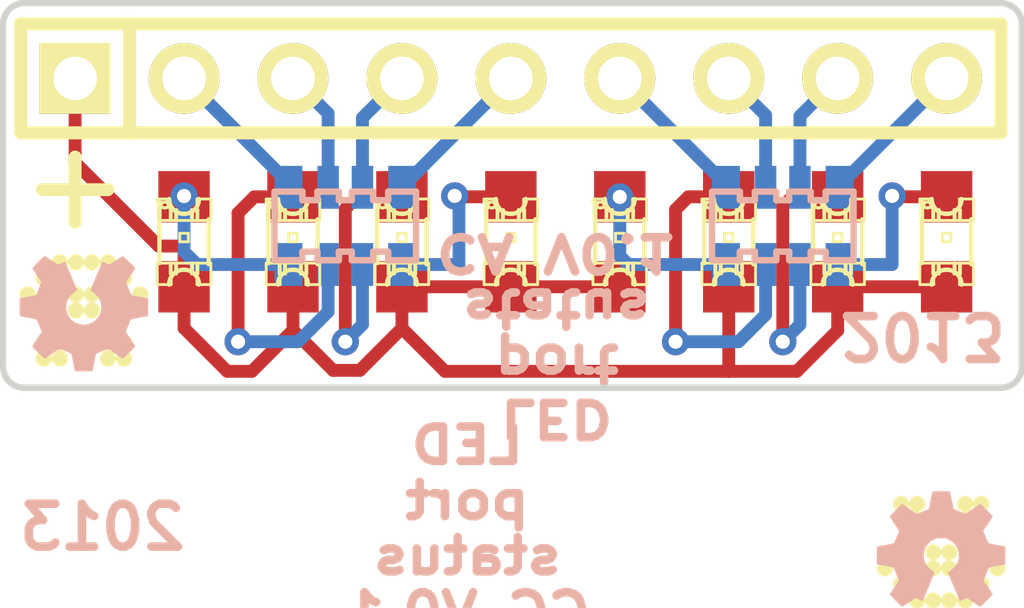
<source format=kicad_pcb>
(kicad_pcb (version 20171130) (host pcbnew "(5.1.12)-1")

  (general
    (thickness 1.6)
    (drawings 39)
    (tracks 91)
    (zones 0)
    (modules 15)
    (nets 18)
  )

  (page A4)
  (title_block
    (title "LED_port-status CC")
    (date "03 Jul 2013")
    (rev 0.1)
    (company "2013 - blog.spitzenpfeil.org")
  )

  (layers
    (0 Front signal)
    (31 Back signal)
    (34 B.Paste user hide)
    (35 F.Paste user hide)
    (36 B.SilkS user hide)
    (37 F.SilkS user hide)
    (38 B.Mask user hide)
    (39 F.Mask user hide)
    (40 Dwgs.User user hide)
    (42 Eco1.User user hide)
    (44 Edge.Cuts user)
  )

  (setup
    (last_trace_width 0.3)
    (user_trace_width 0.254)
    (user_trace_width 0.254)
    (trace_clearance 0.2)
    (zone_clearance 0.2)
    (zone_45_only no)
    (trace_min 0.254)
    (via_size 0.635)
    (via_drill 0.3302)
    (via_min_size 0.635)
    (via_min_drill 0.3302)
    (uvia_size 0.508)
    (uvia_drill 0.127)
    (uvias_allowed no)
    (uvia_min_size 0.508)
    (uvia_min_drill 0.127)
    (edge_width 0.15)
    (segment_width 2)
    (pcb_text_width 0.3)
    (pcb_text_size 1 1)
    (mod_edge_width 0.15)
    (mod_text_size 0.8 0.8)
    (mod_text_width 0.2)
    (pad_size 0.65 1)
    (pad_drill 0)
    (pad_to_mask_clearance 0)
    (pad_to_paste_clearance_ratio -0.1)
    (aux_axis_origin 0 0)
    (visible_elements 7FFFFFFF)
    (pcbplotparams
      (layerselection 0x00030_ffffffff)
      (usegerberextensions true)
      (usegerberattributes true)
      (usegerberadvancedattributes true)
      (creategerberjobfile true)
      (excludeedgelayer true)
      (linewidth 0.150000)
      (plotframeref false)
      (viasonmask false)
      (mode 1)
      (useauxorigin false)
      (hpglpennumber 1)
      (hpglpenspeed 20)
      (hpglpendiameter 15.000000)
      (psnegative false)
      (psa4output false)
      (plotreference true)
      (plotvalue true)
      (plotinvisibletext false)
      (padsonsilk false)
      (subtractmaskfromsilk true)
      (outputformat 1)
      (mirror false)
      (drillshape 0)
      (scaleselection 1)
      (outputdirectory "gerber_files/"))
  )

  (net 0 "")
  (net 1 N-000001)
  (net 2 N-0000010)
  (net 3 N-0000011)
  (net 4 N-0000012)
  (net 5 N-0000013)
  (net 6 N-0000014)
  (net 7 N-0000015)
  (net 8 N-0000016)
  (net 9 N-0000017)
  (net 10 N-000002)
  (net 11 N-000003)
  (net 12 N-000004)
  (net 13 N-000005)
  (net 14 N-000006)
  (net 15 N-000007)
  (net 16 N-000008)
  (net 17 N-000009)

  (net_class Default "This is the default net class."
    (clearance 0.2)
    (trace_width 0.3)
    (via_dia 0.635)
    (via_drill 0.3302)
    (uvia_dia 0.508)
    (uvia_drill 0.127)
    (add_net N-000001)
    (add_net N-0000010)
    (add_net N-0000011)
    (add_net N-0000012)
    (add_net N-0000013)
    (add_net N-0000014)
    (add_net N-0000015)
    (add_net N-0000016)
    (add_net N-0000017)
    (add_net N-000002)
    (add_net N-000003)
    (add_net N-000004)
    (add_net N-000005)
    (add_net N-000006)
    (add_net N-000007)
    (add_net N-000008)
    (add_net N-000009)
  )

  (module MADW__1206*4_resistor_array (layer Back) (tedit 51D324D7) (tstamp 5120CE32)
    (at 97.7038 79.386)
    (path /5120CCDC)
    (clearance 0.3)
    (fp_text reference RP1 (at 0 2.5) (layer B.SilkS) hide
      (effects (font (size 0.8 0.8) (thickness 0.2)) (justify mirror))
    )
    (fp_text value 1k (at 0 -2.6) (layer B.SilkS) hide
      (effects (font (size 0.8 0.8) (thickness 0.2)) (justify mirror))
    )
    (fp_line (start 1 -0.8) (end 1.65 -0.8) (layer B.SilkS) (width 0.15))
    (fp_line (start 0.15 -0.8) (end 0.65 -0.8) (layer B.SilkS) (width 0.15))
    (fp_line (start -0.65 -0.8) (end -0.15 -0.8) (layer B.SilkS) (width 0.15))
    (fp_line (start -1.65 -0.8) (end -1 -0.8) (layer B.SilkS) (width 0.15))
    (fp_line (start 1 0.8) (end 1.65 0.8) (layer B.SilkS) (width 0.15))
    (fp_line (start 0.15 0.8) (end 0.65 0.8) (layer B.SilkS) (width 0.15))
    (fp_line (start -0.65 0.8) (end -0.15 0.8) (layer B.SilkS) (width 0.15))
    (fp_line (start -1.65 0.8) (end -1 0.8) (layer B.SilkS) (width 0.15))
    (fp_line (start 0.65 -0.8) (end 0.65 -0.6) (layer B.SilkS) (width 0.15))
    (fp_line (start 0.65 -0.6) (end 1 -0.6) (layer B.SilkS) (width 0.15))
    (fp_line (start 1 -0.6) (end 1 -0.8) (layer B.SilkS) (width 0.15))
    (fp_line (start -0.15 -0.8) (end -0.15 -0.6) (layer B.SilkS) (width 0.15))
    (fp_line (start -0.15 -0.6) (end 0.15 -0.6) (layer B.SilkS) (width 0.15))
    (fp_line (start 0.15 -0.6) (end 0.15 -0.8) (layer B.SilkS) (width 0.15))
    (fp_line (start -1 -0.8) (end -1 -0.6) (layer B.SilkS) (width 0.15))
    (fp_line (start -1 -0.6) (end -0.65 -0.6) (layer B.SilkS) (width 0.15))
    (fp_line (start -0.65 -0.6) (end -0.65 -0.8) (layer B.SilkS) (width 0.15))
    (fp_line (start 0.65 0.8) (end 0.65 0.6) (layer B.SilkS) (width 0.15))
    (fp_line (start 0.65 0.6) (end 1 0.6) (layer B.SilkS) (width 0.15))
    (fp_line (start 1 0.6) (end 1 0.8) (layer B.SilkS) (width 0.15))
    (fp_line (start -0.15 0.8) (end -0.15 0.6) (layer B.SilkS) (width 0.15))
    (fp_line (start -0.15 0.6) (end 0.15 0.6) (layer B.SilkS) (width 0.15))
    (fp_line (start 0.15 0.6) (end 0.15 0.8) (layer B.SilkS) (width 0.15))
    (fp_line (start -1 0.8) (end -1 0.6) (layer B.SilkS) (width 0.15))
    (fp_line (start -1 0.6) (end -0.65 0.6) (layer B.SilkS) (width 0.15))
    (fp_line (start -0.65 0.6) (end -0.65 0.8) (layer B.SilkS) (width 0.15))
    (fp_line (start 1.65 0.8) (end 1.65 -0.8) (layer B.SilkS) (width 0.15))
    (fp_line (start -1.65 -0.8) (end -1.65 0.8) (layer B.SilkS) (width 0.15))
    (pad 8 smd rect (at -1.325 0.9) (size 0.65 1) (layers Back B.Paste B.Mask)
      (net 5 N-0000013))
    (pad 7 smd rect (at -0.4 0.9) (size 0.5 1) (layers Back B.Paste B.Mask)
      (net 8 N-0000016))
    (pad 6 smd rect (at 0.4 0.9) (size 0.5 1) (layers Back B.Paste B.Mask)
      (net 6 N-0000014))
    (pad 5 smd rect (at 1.325 0.9) (size 0.65 1) (layers Back B.Paste B.Mask)
      (net 17 N-000009))
    (pad 1 smd rect (at -1.325 -0.9) (size 0.65 1) (layers Back B.Paste B.Mask)
      (net 12 N-000004))
    (pad 2 smd rect (at -0.4 -0.9) (size 0.5 1) (layers Back B.Paste B.Mask)
      (net 11 N-000003))
    (pad 3 smd rect (at 0.4 -0.9) (size 0.5 1) (layers Back B.Paste B.Mask)
      (net 10 N-000002))
    (pad 4 smd rect (at 1.325 -0.9) (size 0.65 1) (layers Back B.Paste B.Mask)
      (net 1 N-000001))
  )

  (module MADW__1206*4_resistor_array (layer Back) (tedit 51D32452) (tstamp 5120D39C)
    (at 87.5038 79.386)
    (path /5120CD13)
    (clearance 0.3)
    (fp_text reference RP2 (at 0 2.5) (layer B.SilkS) hide
      (effects (font (size 0.8 0.8) (thickness 0.2)) (justify mirror))
    )
    (fp_text value 1k (at 0 -2.6) (layer B.SilkS) hide
      (effects (font (size 0.8 0.8) (thickness 0.2)) (justify mirror))
    )
    (fp_line (start 1 -0.8) (end 1.65 -0.8) (layer B.SilkS) (width 0.15))
    (fp_line (start 0.15 -0.8) (end 0.65 -0.8) (layer B.SilkS) (width 0.15))
    (fp_line (start -0.65 -0.8) (end -0.15 -0.8) (layer B.SilkS) (width 0.15))
    (fp_line (start -1.65 -0.8) (end -1 -0.8) (layer B.SilkS) (width 0.15))
    (fp_line (start 1 0.8) (end 1.65 0.8) (layer B.SilkS) (width 0.15))
    (fp_line (start 0.15 0.8) (end 0.65 0.8) (layer B.SilkS) (width 0.15))
    (fp_line (start -0.65 0.8) (end -0.15 0.8) (layer B.SilkS) (width 0.15))
    (fp_line (start -1.65 0.8) (end -1 0.8) (layer B.SilkS) (width 0.15))
    (fp_line (start 0.65 -0.8) (end 0.65 -0.6) (layer B.SilkS) (width 0.15))
    (fp_line (start 0.65 -0.6) (end 1 -0.6) (layer B.SilkS) (width 0.15))
    (fp_line (start 1 -0.6) (end 1 -0.8) (layer B.SilkS) (width 0.15))
    (fp_line (start -0.15 -0.8) (end -0.15 -0.6) (layer B.SilkS) (width 0.15))
    (fp_line (start -0.15 -0.6) (end 0.15 -0.6) (layer B.SilkS) (width 0.15))
    (fp_line (start 0.15 -0.6) (end 0.15 -0.8) (layer B.SilkS) (width 0.15))
    (fp_line (start -1 -0.8) (end -1 -0.6) (layer B.SilkS) (width 0.15))
    (fp_line (start -1 -0.6) (end -0.65 -0.6) (layer B.SilkS) (width 0.15))
    (fp_line (start -0.65 -0.6) (end -0.65 -0.8) (layer B.SilkS) (width 0.15))
    (fp_line (start 0.65 0.8) (end 0.65 0.6) (layer B.SilkS) (width 0.15))
    (fp_line (start 0.65 0.6) (end 1 0.6) (layer B.SilkS) (width 0.15))
    (fp_line (start 1 0.6) (end 1 0.8) (layer B.SilkS) (width 0.15))
    (fp_line (start -0.15 0.8) (end -0.15 0.6) (layer B.SilkS) (width 0.15))
    (fp_line (start -0.15 0.6) (end 0.15 0.6) (layer B.SilkS) (width 0.15))
    (fp_line (start 0.15 0.6) (end 0.15 0.8) (layer B.SilkS) (width 0.15))
    (fp_line (start -1 0.8) (end -1 0.6) (layer B.SilkS) (width 0.15))
    (fp_line (start -1 0.6) (end -0.65 0.6) (layer B.SilkS) (width 0.15))
    (fp_line (start -0.65 0.6) (end -0.65 0.8) (layer B.SilkS) (width 0.15))
    (fp_line (start 1.65 0.8) (end 1.65 -0.8) (layer B.SilkS) (width 0.15))
    (fp_line (start -1.65 -0.8) (end -1.65 0.8) (layer B.SilkS) (width 0.15))
    (pad 8 smd rect (at -1.325 0.9) (size 0.65 1) (layers Back B.Paste B.Mask)
      (net 3 N-0000011))
    (pad 7 smd rect (at -0.4 0.9) (size 0.5 1) (layers Back B.Paste B.Mask)
      (net 7 N-0000015))
    (pad 6 smd rect (at 0.4 0.9) (size 0.5 1) (layers Back B.Paste B.Mask)
      (net 2 N-0000010))
    (pad 5 smd rect (at 1.325 0.9) (size 0.65 1) (layers Back B.Paste B.Mask)
      (net 4 N-0000012))
    (pad 1 smd rect (at -1.325 -0.9) (size 0.65 1) (layers Back B.Paste B.Mask)
      (net 16 N-000008))
    (pad 2 smd rect (at -0.4 -0.9) (size 0.5 1) (layers Back B.Paste B.Mask)
      (net 15 N-000007))
    (pad 3 smd rect (at 0.4 -0.9) (size 0.5 1) (layers Back B.Paste B.Mask)
      (net 14 N-000006))
    (pad 4 smd rect (at 1.325 -0.9) (size 0.65 1) (layers Back B.Paste B.Mask)
      (net 13 N-000005))
  )

  (module SIL-9 (layer Front) (tedit 5119141C) (tstamp 50C627EA)
    (at 91.3638 75.946)
    (descr "Connecteur 9 pins")
    (tags "CONN DEV")
    (path /50C62311)
    (fp_text reference P1 (at -7.62 2.54) (layer F.SilkS) hide
      (effects (font (size 0.8 0.8) (thickness 0.2)))
    )
    (fp_text value CONN_9 (at 2.54 2.54) (layer F.SilkS) hide
      (effects (font (size 0.8 0.8) (thickness 0.2)))
    )
    (fp_line (start 11.43 -1.27) (end 11.43 1.27) (layer F.SilkS) (width 0.3048))
    (fp_line (start 11.43 1.27) (end -11.43 1.27) (layer F.SilkS) (width 0.3048))
    (fp_line (start -11.43 1.27) (end -11.43 -1.27) (layer F.SilkS) (width 0.3048))
    (fp_line (start 11.43 -1.27) (end -11.43 -1.27) (layer F.SilkS) (width 0.3048))
    (fp_line (start -8.89 -1.27) (end -8.89 1.27) (layer F.SilkS) (width 0.3048))
    (pad 1 thru_hole rect (at -10.16 0) (size 1.65 1.65) (drill 1.016) (layers *.Cu *.Mask F.SilkS)
      (net 9 N-0000017))
    (pad 2 thru_hole circle (at -7.62 0) (size 1.65 1.65) (drill 1.016) (layers *.Cu *.Mask F.SilkS)
      (net 16 N-000008))
    (pad 3 thru_hole circle (at -5.08 0) (size 1.65 1.65) (drill 1.016) (layers *.Cu *.Mask F.SilkS)
      (net 15 N-000007))
    (pad 4 thru_hole circle (at -2.54 0) (size 1.65 1.65) (drill 1.016) (layers *.Cu *.Mask F.SilkS)
      (net 14 N-000006))
    (pad 5 thru_hole circle (at 0 0) (size 1.65 1.65) (drill 1.016) (layers *.Cu *.Mask F.SilkS)
      (net 13 N-000005))
    (pad 6 thru_hole circle (at 2.54 0) (size 1.65 1.65) (drill 1.016) (layers *.Cu *.Mask F.SilkS)
      (net 12 N-000004))
    (pad 7 thru_hole circle (at 5.08 0) (size 1.65 1.65) (drill 1.016) (layers *.Cu *.Mask F.SilkS)
      (net 11 N-000003))
    (pad 8 thru_hole circle (at 7.62 0) (size 1.65 1.65) (drill 1.016) (layers *.Cu *.Mask F.SilkS)
      (net 10 N-000002))
    (pad 9 thru_hole circle (at 10.16 0) (size 1.65 1.65) (drill 1.016) (layers *.Cu *.Mask F.SilkS)
      (net 1 N-000001))
  )

  (module LED-0805 (layer Front) (tedit 50C63A7E) (tstamp 50C63839)
    (at 101.524 79.756 90)
    (descr "LED 0805 smd package")
    (tags "LED 0805 SMD")
    (path /50C62534)
    (attr smd)
    (fp_text reference D1 (at 0 -1.27 90) (layer F.SilkS) hide
      (effects (font (size 0.8 0.8) (thickness 0.2)))
    )
    (fp_text value LED (at 0 1.27 90) (layer F.SilkS) hide
      (effects (font (size 0.8 0.8) (thickness 0.2)))
    )
    (fp_line (start 0.49784 0.29972) (end 0.49784 0.62484) (layer F.SilkS) (width 0.06604))
    (fp_line (start 0.49784 0.62484) (end 0.99822 0.62484) (layer F.SilkS) (width 0.06604))
    (fp_line (start 0.99822 0.29972) (end 0.99822 0.62484) (layer F.SilkS) (width 0.06604))
    (fp_line (start 0.49784 0.29972) (end 0.99822 0.29972) (layer F.SilkS) (width 0.06604))
    (fp_line (start 0.49784 -0.32258) (end 0.49784 -0.17272) (layer F.SilkS) (width 0.06604))
    (fp_line (start 0.49784 -0.17272) (end 0.7493 -0.17272) (layer F.SilkS) (width 0.06604))
    (fp_line (start 0.7493 -0.32258) (end 0.7493 -0.17272) (layer F.SilkS) (width 0.06604))
    (fp_line (start 0.49784 -0.32258) (end 0.7493 -0.32258) (layer F.SilkS) (width 0.06604))
    (fp_line (start 0.49784 0.17272) (end 0.49784 0.32258) (layer F.SilkS) (width 0.06604))
    (fp_line (start 0.49784 0.32258) (end 0.7493 0.32258) (layer F.SilkS) (width 0.06604))
    (fp_line (start 0.7493 0.17272) (end 0.7493 0.32258) (layer F.SilkS) (width 0.06604))
    (fp_line (start 0.49784 0.17272) (end 0.7493 0.17272) (layer F.SilkS) (width 0.06604))
    (fp_line (start 0.49784 -0.19812) (end 0.49784 0.19812) (layer F.SilkS) (width 0.06604))
    (fp_line (start 0.49784 0.19812) (end 0.6731 0.19812) (layer F.SilkS) (width 0.06604))
    (fp_line (start 0.6731 -0.19812) (end 0.6731 0.19812) (layer F.SilkS) (width 0.06604))
    (fp_line (start 0.49784 -0.19812) (end 0.6731 -0.19812) (layer F.SilkS) (width 0.06604))
    (fp_line (start -0.99822 0.29972) (end -0.99822 0.62484) (layer F.SilkS) (width 0.06604))
    (fp_line (start -0.99822 0.62484) (end -0.49784 0.62484) (layer F.SilkS) (width 0.06604))
    (fp_line (start -0.49784 0.29972) (end -0.49784 0.62484) (layer F.SilkS) (width 0.06604))
    (fp_line (start -0.99822 0.29972) (end -0.49784 0.29972) (layer F.SilkS) (width 0.06604))
    (fp_line (start -0.99822 -0.62484) (end -0.99822 -0.29972) (layer F.SilkS) (width 0.06604))
    (fp_line (start -0.99822 -0.29972) (end -0.49784 -0.29972) (layer F.SilkS) (width 0.06604))
    (fp_line (start -0.49784 -0.62484) (end -0.49784 -0.29972) (layer F.SilkS) (width 0.06604))
    (fp_line (start -0.99822 -0.62484) (end -0.49784 -0.62484) (layer F.SilkS) (width 0.06604))
    (fp_line (start -0.7493 0.17272) (end -0.7493 0.32258) (layer F.SilkS) (width 0.06604))
    (fp_line (start -0.7493 0.32258) (end -0.49784 0.32258) (layer F.SilkS) (width 0.06604))
    (fp_line (start -0.49784 0.17272) (end -0.49784 0.32258) (layer F.SilkS) (width 0.06604))
    (fp_line (start -0.7493 0.17272) (end -0.49784 0.17272) (layer F.SilkS) (width 0.06604))
    (fp_line (start -0.7493 -0.32258) (end -0.7493 -0.17272) (layer F.SilkS) (width 0.06604))
    (fp_line (start -0.7493 -0.17272) (end -0.49784 -0.17272) (layer F.SilkS) (width 0.06604))
    (fp_line (start -0.49784 -0.32258) (end -0.49784 -0.17272) (layer F.SilkS) (width 0.06604))
    (fp_line (start -0.7493 -0.32258) (end -0.49784 -0.32258) (layer F.SilkS) (width 0.06604))
    (fp_line (start -0.6731 -0.19812) (end -0.6731 0.19812) (layer F.SilkS) (width 0.06604))
    (fp_line (start -0.6731 0.19812) (end -0.49784 0.19812) (layer F.SilkS) (width 0.06604))
    (fp_line (start -0.49784 -0.19812) (end -0.49784 0.19812) (layer F.SilkS) (width 0.06604))
    (fp_line (start -0.6731 -0.19812) (end -0.49784 -0.19812) (layer F.SilkS) (width 0.06604))
    (fp_line (start 0 -0.09906) (end 0 0.09906) (layer F.SilkS) (width 0.06604))
    (fp_line (start 0 0.09906) (end 0.19812 0.09906) (layer F.SilkS) (width 0.06604))
    (fp_line (start 0.19812 -0.09906) (end 0.19812 0.09906) (layer F.SilkS) (width 0.06604))
    (fp_line (start 0 -0.09906) (end 0.19812 -0.09906) (layer F.SilkS) (width 0.06604))
    (fp_line (start 0.49784 -0.59944) (end 0.49784 -0.29972) (layer F.SilkS) (width 0.06604))
    (fp_line (start 0.49784 -0.29972) (end 0.79756 -0.29972) (layer F.SilkS) (width 0.06604))
    (fp_line (start 0.79756 -0.59944) (end 0.79756 -0.29972) (layer F.SilkS) (width 0.06604))
    (fp_line (start 0.49784 -0.59944) (end 0.79756 -0.59944) (layer F.SilkS) (width 0.06604))
    (fp_line (start 0.92456 -0.62484) (end 0.92456 -0.39878) (layer F.SilkS) (width 0.06604))
    (fp_line (start 0.92456 -0.39878) (end 0.99822 -0.39878) (layer F.SilkS) (width 0.06604))
    (fp_line (start 0.99822 -0.62484) (end 0.99822 -0.39878) (layer F.SilkS) (width 0.06604))
    (fp_line (start 0.92456 -0.62484) (end 0.99822 -0.62484) (layer F.SilkS) (width 0.06604))
    (fp_line (start 0.52324 0.57404) (end -0.52324 0.57404) (layer F.SilkS) (width 0.1016))
    (fp_line (start -0.49784 -0.57404) (end 0.92456 -0.57404) (layer F.SilkS) (width 0.1016))
    (fp_circle (center 0.84836 -0.44958) (end 0.89916 -0.50038) (layer F.SilkS) (width 0.0508))
    (fp_arc (start 0.99822 0) (end 0.99822 0.34798) (angle 180) (layer F.SilkS) (width 0.1016))
    (fp_arc (start -0.99822 0) (end -0.99822 -0.34798) (angle 180) (layer F.SilkS) (width 0.1016))
    (pad 1 smd rect (at -1.04902 0 90) (size 1.19888 1.19888) (layers Front F.Paste F.Mask)
      (net 9 N-0000017))
    (pad 2 smd rect (at 1.04902 0 90) (size 1.19888 1.19888) (layers Front F.Paste F.Mask)
      (net 17 N-000009))
  )

  (module LED-0805 (layer Front) (tedit 50C63AA4) (tstamp 50C6381D)
    (at 86.2838 79.756 90)
    (descr "LED 0805 smd package")
    (tags "LED 0805 SMD")
    (path /50C625A2)
    (attr smd)
    (fp_text reference D7 (at 0 -1.27 90) (layer F.SilkS) hide
      (effects (font (size 0.8 0.8) (thickness 0.2)))
    )
    (fp_text value LED (at 0 1.27 90) (layer F.SilkS) hide
      (effects (font (size 0.8 0.8) (thickness 0.2)))
    )
    (fp_line (start 0.49784 0.29972) (end 0.49784 0.62484) (layer F.SilkS) (width 0.06604))
    (fp_line (start 0.49784 0.62484) (end 0.99822 0.62484) (layer F.SilkS) (width 0.06604))
    (fp_line (start 0.99822 0.29972) (end 0.99822 0.62484) (layer F.SilkS) (width 0.06604))
    (fp_line (start 0.49784 0.29972) (end 0.99822 0.29972) (layer F.SilkS) (width 0.06604))
    (fp_line (start 0.49784 -0.32258) (end 0.49784 -0.17272) (layer F.SilkS) (width 0.06604))
    (fp_line (start 0.49784 -0.17272) (end 0.7493 -0.17272) (layer F.SilkS) (width 0.06604))
    (fp_line (start 0.7493 -0.32258) (end 0.7493 -0.17272) (layer F.SilkS) (width 0.06604))
    (fp_line (start 0.49784 -0.32258) (end 0.7493 -0.32258) (layer F.SilkS) (width 0.06604))
    (fp_line (start 0.49784 0.17272) (end 0.49784 0.32258) (layer F.SilkS) (width 0.06604))
    (fp_line (start 0.49784 0.32258) (end 0.7493 0.32258) (layer F.SilkS) (width 0.06604))
    (fp_line (start 0.7493 0.17272) (end 0.7493 0.32258) (layer F.SilkS) (width 0.06604))
    (fp_line (start 0.49784 0.17272) (end 0.7493 0.17272) (layer F.SilkS) (width 0.06604))
    (fp_line (start 0.49784 -0.19812) (end 0.49784 0.19812) (layer F.SilkS) (width 0.06604))
    (fp_line (start 0.49784 0.19812) (end 0.6731 0.19812) (layer F.SilkS) (width 0.06604))
    (fp_line (start 0.6731 -0.19812) (end 0.6731 0.19812) (layer F.SilkS) (width 0.06604))
    (fp_line (start 0.49784 -0.19812) (end 0.6731 -0.19812) (layer F.SilkS) (width 0.06604))
    (fp_line (start -0.99822 0.29972) (end -0.99822 0.62484) (layer F.SilkS) (width 0.06604))
    (fp_line (start -0.99822 0.62484) (end -0.49784 0.62484) (layer F.SilkS) (width 0.06604))
    (fp_line (start -0.49784 0.29972) (end -0.49784 0.62484) (layer F.SilkS) (width 0.06604))
    (fp_line (start -0.99822 0.29972) (end -0.49784 0.29972) (layer F.SilkS) (width 0.06604))
    (fp_line (start -0.99822 -0.62484) (end -0.99822 -0.29972) (layer F.SilkS) (width 0.06604))
    (fp_line (start -0.99822 -0.29972) (end -0.49784 -0.29972) (layer F.SilkS) (width 0.06604))
    (fp_line (start -0.49784 -0.62484) (end -0.49784 -0.29972) (layer F.SilkS) (width 0.06604))
    (fp_line (start -0.99822 -0.62484) (end -0.49784 -0.62484) (layer F.SilkS) (width 0.06604))
    (fp_line (start -0.7493 0.17272) (end -0.7493 0.32258) (layer F.SilkS) (width 0.06604))
    (fp_line (start -0.7493 0.32258) (end -0.49784 0.32258) (layer F.SilkS) (width 0.06604))
    (fp_line (start -0.49784 0.17272) (end -0.49784 0.32258) (layer F.SilkS) (width 0.06604))
    (fp_line (start -0.7493 0.17272) (end -0.49784 0.17272) (layer F.SilkS) (width 0.06604))
    (fp_line (start -0.7493 -0.32258) (end -0.7493 -0.17272) (layer F.SilkS) (width 0.06604))
    (fp_line (start -0.7493 -0.17272) (end -0.49784 -0.17272) (layer F.SilkS) (width 0.06604))
    (fp_line (start -0.49784 -0.32258) (end -0.49784 -0.17272) (layer F.SilkS) (width 0.06604))
    (fp_line (start -0.7493 -0.32258) (end -0.49784 -0.32258) (layer F.SilkS) (width 0.06604))
    (fp_line (start -0.6731 -0.19812) (end -0.6731 0.19812) (layer F.SilkS) (width 0.06604))
    (fp_line (start -0.6731 0.19812) (end -0.49784 0.19812) (layer F.SilkS) (width 0.06604))
    (fp_line (start -0.49784 -0.19812) (end -0.49784 0.19812) (layer F.SilkS) (width 0.06604))
    (fp_line (start -0.6731 -0.19812) (end -0.49784 -0.19812) (layer F.SilkS) (width 0.06604))
    (fp_line (start 0 -0.09906) (end 0 0.09906) (layer F.SilkS) (width 0.06604))
    (fp_line (start 0 0.09906) (end 0.19812 0.09906) (layer F.SilkS) (width 0.06604))
    (fp_line (start 0.19812 -0.09906) (end 0.19812 0.09906) (layer F.SilkS) (width 0.06604))
    (fp_line (start 0 -0.09906) (end 0.19812 -0.09906) (layer F.SilkS) (width 0.06604))
    (fp_line (start 0.49784 -0.59944) (end 0.49784 -0.29972) (layer F.SilkS) (width 0.06604))
    (fp_line (start 0.49784 -0.29972) (end 0.79756 -0.29972) (layer F.SilkS) (width 0.06604))
    (fp_line (start 0.79756 -0.59944) (end 0.79756 -0.29972) (layer F.SilkS) (width 0.06604))
    (fp_line (start 0.49784 -0.59944) (end 0.79756 -0.59944) (layer F.SilkS) (width 0.06604))
    (fp_line (start 0.92456 -0.62484) (end 0.92456 -0.39878) (layer F.SilkS) (width 0.06604))
    (fp_line (start 0.92456 -0.39878) (end 0.99822 -0.39878) (layer F.SilkS) (width 0.06604))
    (fp_line (start 0.99822 -0.62484) (end 0.99822 -0.39878) (layer F.SilkS) (width 0.06604))
    (fp_line (start 0.92456 -0.62484) (end 0.99822 -0.62484) (layer F.SilkS) (width 0.06604))
    (fp_line (start 0.52324 0.57404) (end -0.52324 0.57404) (layer F.SilkS) (width 0.1016))
    (fp_line (start -0.49784 -0.57404) (end 0.92456 -0.57404) (layer F.SilkS) (width 0.1016))
    (fp_circle (center 0.84836 -0.44958) (end 0.89916 -0.50038) (layer F.SilkS) (width 0.0508))
    (fp_arc (start 0.99822 0) (end 0.99822 0.34798) (angle 180) (layer F.SilkS) (width 0.1016))
    (fp_arc (start -0.99822 0) (end -0.99822 -0.34798) (angle 180) (layer F.SilkS) (width 0.1016))
    (pad 1 smd rect (at -1.04902 0 90) (size 1.19888 1.19888) (layers Front F.Paste F.Mask)
      (net 9 N-0000017))
    (pad 2 smd rect (at 1.04902 0 90) (size 1.19888 1.19888) (layers Front F.Paste F.Mask)
      (net 7 N-0000015))
  )

  (module LED-0805 (layer Front) (tedit 50C63A83) (tstamp 50C63801)
    (at 98.9838 79.756 90)
    (descr "LED 0805 smd package")
    (tags "LED 0805 SMD")
    (path /50C6254D)
    (attr smd)
    (fp_text reference D2 (at 0 -1.27 90) (layer F.SilkS) hide
      (effects (font (size 0.8 0.8) (thickness 0.2)))
    )
    (fp_text value LED (at 0 1.27 90) (layer F.SilkS) hide
      (effects (font (size 0.8 0.8) (thickness 0.2)))
    )
    (fp_line (start 0.49784 0.29972) (end 0.49784 0.62484) (layer F.SilkS) (width 0.06604))
    (fp_line (start 0.49784 0.62484) (end 0.99822 0.62484) (layer F.SilkS) (width 0.06604))
    (fp_line (start 0.99822 0.29972) (end 0.99822 0.62484) (layer F.SilkS) (width 0.06604))
    (fp_line (start 0.49784 0.29972) (end 0.99822 0.29972) (layer F.SilkS) (width 0.06604))
    (fp_line (start 0.49784 -0.32258) (end 0.49784 -0.17272) (layer F.SilkS) (width 0.06604))
    (fp_line (start 0.49784 -0.17272) (end 0.7493 -0.17272) (layer F.SilkS) (width 0.06604))
    (fp_line (start 0.7493 -0.32258) (end 0.7493 -0.17272) (layer F.SilkS) (width 0.06604))
    (fp_line (start 0.49784 -0.32258) (end 0.7493 -0.32258) (layer F.SilkS) (width 0.06604))
    (fp_line (start 0.49784 0.17272) (end 0.49784 0.32258) (layer F.SilkS) (width 0.06604))
    (fp_line (start 0.49784 0.32258) (end 0.7493 0.32258) (layer F.SilkS) (width 0.06604))
    (fp_line (start 0.7493 0.17272) (end 0.7493 0.32258) (layer F.SilkS) (width 0.06604))
    (fp_line (start 0.49784 0.17272) (end 0.7493 0.17272) (layer F.SilkS) (width 0.06604))
    (fp_line (start 0.49784 -0.19812) (end 0.49784 0.19812) (layer F.SilkS) (width 0.06604))
    (fp_line (start 0.49784 0.19812) (end 0.6731 0.19812) (layer F.SilkS) (width 0.06604))
    (fp_line (start 0.6731 -0.19812) (end 0.6731 0.19812) (layer F.SilkS) (width 0.06604))
    (fp_line (start 0.49784 -0.19812) (end 0.6731 -0.19812) (layer F.SilkS) (width 0.06604))
    (fp_line (start -0.99822 0.29972) (end -0.99822 0.62484) (layer F.SilkS) (width 0.06604))
    (fp_line (start -0.99822 0.62484) (end -0.49784 0.62484) (layer F.SilkS) (width 0.06604))
    (fp_line (start -0.49784 0.29972) (end -0.49784 0.62484) (layer F.SilkS) (width 0.06604))
    (fp_line (start -0.99822 0.29972) (end -0.49784 0.29972) (layer F.SilkS) (width 0.06604))
    (fp_line (start -0.99822 -0.62484) (end -0.99822 -0.29972) (layer F.SilkS) (width 0.06604))
    (fp_line (start -0.99822 -0.29972) (end -0.49784 -0.29972) (layer F.SilkS) (width 0.06604))
    (fp_line (start -0.49784 -0.62484) (end -0.49784 -0.29972) (layer F.SilkS) (width 0.06604))
    (fp_line (start -0.99822 -0.62484) (end -0.49784 -0.62484) (layer F.SilkS) (width 0.06604))
    (fp_line (start -0.7493 0.17272) (end -0.7493 0.32258) (layer F.SilkS) (width 0.06604))
    (fp_line (start -0.7493 0.32258) (end -0.49784 0.32258) (layer F.SilkS) (width 0.06604))
    (fp_line (start -0.49784 0.17272) (end -0.49784 0.32258) (layer F.SilkS) (width 0.06604))
    (fp_line (start -0.7493 0.17272) (end -0.49784 0.17272) (layer F.SilkS) (width 0.06604))
    (fp_line (start -0.7493 -0.32258) (end -0.7493 -0.17272) (layer F.SilkS) (width 0.06604))
    (fp_line (start -0.7493 -0.17272) (end -0.49784 -0.17272) (layer F.SilkS) (width 0.06604))
    (fp_line (start -0.49784 -0.32258) (end -0.49784 -0.17272) (layer F.SilkS) (width 0.06604))
    (fp_line (start -0.7493 -0.32258) (end -0.49784 -0.32258) (layer F.SilkS) (width 0.06604))
    (fp_line (start -0.6731 -0.19812) (end -0.6731 0.19812) (layer F.SilkS) (width 0.06604))
    (fp_line (start -0.6731 0.19812) (end -0.49784 0.19812) (layer F.SilkS) (width 0.06604))
    (fp_line (start -0.49784 -0.19812) (end -0.49784 0.19812) (layer F.SilkS) (width 0.06604))
    (fp_line (start -0.6731 -0.19812) (end -0.49784 -0.19812) (layer F.SilkS) (width 0.06604))
    (fp_line (start 0 -0.09906) (end 0 0.09906) (layer F.SilkS) (width 0.06604))
    (fp_line (start 0 0.09906) (end 0.19812 0.09906) (layer F.SilkS) (width 0.06604))
    (fp_line (start 0.19812 -0.09906) (end 0.19812 0.09906) (layer F.SilkS) (width 0.06604))
    (fp_line (start 0 -0.09906) (end 0.19812 -0.09906) (layer F.SilkS) (width 0.06604))
    (fp_line (start 0.49784 -0.59944) (end 0.49784 -0.29972) (layer F.SilkS) (width 0.06604))
    (fp_line (start 0.49784 -0.29972) (end 0.79756 -0.29972) (layer F.SilkS) (width 0.06604))
    (fp_line (start 0.79756 -0.59944) (end 0.79756 -0.29972) (layer F.SilkS) (width 0.06604))
    (fp_line (start 0.49784 -0.59944) (end 0.79756 -0.59944) (layer F.SilkS) (width 0.06604))
    (fp_line (start 0.92456 -0.62484) (end 0.92456 -0.39878) (layer F.SilkS) (width 0.06604))
    (fp_line (start 0.92456 -0.39878) (end 0.99822 -0.39878) (layer F.SilkS) (width 0.06604))
    (fp_line (start 0.99822 -0.62484) (end 0.99822 -0.39878) (layer F.SilkS) (width 0.06604))
    (fp_line (start 0.92456 -0.62484) (end 0.99822 -0.62484) (layer F.SilkS) (width 0.06604))
    (fp_line (start 0.52324 0.57404) (end -0.52324 0.57404) (layer F.SilkS) (width 0.1016))
    (fp_line (start -0.49784 -0.57404) (end 0.92456 -0.57404) (layer F.SilkS) (width 0.1016))
    (fp_circle (center 0.84836 -0.44958) (end 0.89916 -0.50038) (layer F.SilkS) (width 0.0508))
    (fp_arc (start 0.99822 0) (end 0.99822 0.34798) (angle 180) (layer F.SilkS) (width 0.1016))
    (fp_arc (start -0.99822 0) (end -0.99822 -0.34798) (angle 180) (layer F.SilkS) (width 0.1016))
    (pad 1 smd rect (at -1.04902 0 90) (size 1.19888 1.19888) (layers Front F.Paste F.Mask)
      (net 9 N-0000017))
    (pad 2 smd rect (at 1.04902 0 90) (size 1.19888 1.19888) (layers Front F.Paste F.Mask)
      (net 6 N-0000014))
  )

  (module LED-0805 (layer Front) (tedit 50C63A8B) (tstamp 50C637E5)
    (at 96.4438 79.756 90)
    (descr "LED 0805 smd package")
    (tags "LED 0805 SMD")
    (path /50C6255C)
    (attr smd)
    (fp_text reference D3 (at 0 -1.27 90) (layer F.SilkS) hide
      (effects (font (size 0.8 0.8) (thickness 0.2)))
    )
    (fp_text value LED (at 0 1.27 90) (layer F.SilkS) hide
      (effects (font (size 0.8 0.8) (thickness 0.2)))
    )
    (fp_line (start 0.49784 0.29972) (end 0.49784 0.62484) (layer F.SilkS) (width 0.06604))
    (fp_line (start 0.49784 0.62484) (end 0.99822 0.62484) (layer F.SilkS) (width 0.06604))
    (fp_line (start 0.99822 0.29972) (end 0.99822 0.62484) (layer F.SilkS) (width 0.06604))
    (fp_line (start 0.49784 0.29972) (end 0.99822 0.29972) (layer F.SilkS) (width 0.06604))
    (fp_line (start 0.49784 -0.32258) (end 0.49784 -0.17272) (layer F.SilkS) (width 0.06604))
    (fp_line (start 0.49784 -0.17272) (end 0.7493 -0.17272) (layer F.SilkS) (width 0.06604))
    (fp_line (start 0.7493 -0.32258) (end 0.7493 -0.17272) (layer F.SilkS) (width 0.06604))
    (fp_line (start 0.49784 -0.32258) (end 0.7493 -0.32258) (layer F.SilkS) (width 0.06604))
    (fp_line (start 0.49784 0.17272) (end 0.49784 0.32258) (layer F.SilkS) (width 0.06604))
    (fp_line (start 0.49784 0.32258) (end 0.7493 0.32258) (layer F.SilkS) (width 0.06604))
    (fp_line (start 0.7493 0.17272) (end 0.7493 0.32258) (layer F.SilkS) (width 0.06604))
    (fp_line (start 0.49784 0.17272) (end 0.7493 0.17272) (layer F.SilkS) (width 0.06604))
    (fp_line (start 0.49784 -0.19812) (end 0.49784 0.19812) (layer F.SilkS) (width 0.06604))
    (fp_line (start 0.49784 0.19812) (end 0.6731 0.19812) (layer F.SilkS) (width 0.06604))
    (fp_line (start 0.6731 -0.19812) (end 0.6731 0.19812) (layer F.SilkS) (width 0.06604))
    (fp_line (start 0.49784 -0.19812) (end 0.6731 -0.19812) (layer F.SilkS) (width 0.06604))
    (fp_line (start -0.99822 0.29972) (end -0.99822 0.62484) (layer F.SilkS) (width 0.06604))
    (fp_line (start -0.99822 0.62484) (end -0.49784 0.62484) (layer F.SilkS) (width 0.06604))
    (fp_line (start -0.49784 0.29972) (end -0.49784 0.62484) (layer F.SilkS) (width 0.06604))
    (fp_line (start -0.99822 0.29972) (end -0.49784 0.29972) (layer F.SilkS) (width 0.06604))
    (fp_line (start -0.99822 -0.62484) (end -0.99822 -0.29972) (layer F.SilkS) (width 0.06604))
    (fp_line (start -0.99822 -0.29972) (end -0.49784 -0.29972) (layer F.SilkS) (width 0.06604))
    (fp_line (start -0.49784 -0.62484) (end -0.49784 -0.29972) (layer F.SilkS) (width 0.06604))
    (fp_line (start -0.99822 -0.62484) (end -0.49784 -0.62484) (layer F.SilkS) (width 0.06604))
    (fp_line (start -0.7493 0.17272) (end -0.7493 0.32258) (layer F.SilkS) (width 0.06604))
    (fp_line (start -0.7493 0.32258) (end -0.49784 0.32258) (layer F.SilkS) (width 0.06604))
    (fp_line (start -0.49784 0.17272) (end -0.49784 0.32258) (layer F.SilkS) (width 0.06604))
    (fp_line (start -0.7493 0.17272) (end -0.49784 0.17272) (layer F.SilkS) (width 0.06604))
    (fp_line (start -0.7493 -0.32258) (end -0.7493 -0.17272) (layer F.SilkS) (width 0.06604))
    (fp_line (start -0.7493 -0.17272) (end -0.49784 -0.17272) (layer F.SilkS) (width 0.06604))
    (fp_line (start -0.49784 -0.32258) (end -0.49784 -0.17272) (layer F.SilkS) (width 0.06604))
    (fp_line (start -0.7493 -0.32258) (end -0.49784 -0.32258) (layer F.SilkS) (width 0.06604))
    (fp_line (start -0.6731 -0.19812) (end -0.6731 0.19812) (layer F.SilkS) (width 0.06604))
    (fp_line (start -0.6731 0.19812) (end -0.49784 0.19812) (layer F.SilkS) (width 0.06604))
    (fp_line (start -0.49784 -0.19812) (end -0.49784 0.19812) (layer F.SilkS) (width 0.06604))
    (fp_line (start -0.6731 -0.19812) (end -0.49784 -0.19812) (layer F.SilkS) (width 0.06604))
    (fp_line (start 0 -0.09906) (end 0 0.09906) (layer F.SilkS) (width 0.06604))
    (fp_line (start 0 0.09906) (end 0.19812 0.09906) (layer F.SilkS) (width 0.06604))
    (fp_line (start 0.19812 -0.09906) (end 0.19812 0.09906) (layer F.SilkS) (width 0.06604))
    (fp_line (start 0 -0.09906) (end 0.19812 -0.09906) (layer F.SilkS) (width 0.06604))
    (fp_line (start 0.49784 -0.59944) (end 0.49784 -0.29972) (layer F.SilkS) (width 0.06604))
    (fp_line (start 0.49784 -0.29972) (end 0.79756 -0.29972) (layer F.SilkS) (width 0.06604))
    (fp_line (start 0.79756 -0.59944) (end 0.79756 -0.29972) (layer F.SilkS) (width 0.06604))
    (fp_line (start 0.49784 -0.59944) (end 0.79756 -0.59944) (layer F.SilkS) (width 0.06604))
    (fp_line (start 0.92456 -0.62484) (end 0.92456 -0.39878) (layer F.SilkS) (width 0.06604))
    (fp_line (start 0.92456 -0.39878) (end 0.99822 -0.39878) (layer F.SilkS) (width 0.06604))
    (fp_line (start 0.99822 -0.62484) (end 0.99822 -0.39878) (layer F.SilkS) (width 0.06604))
    (fp_line (start 0.92456 -0.62484) (end 0.99822 -0.62484) (layer F.SilkS) (width 0.06604))
    (fp_line (start 0.52324 0.57404) (end -0.52324 0.57404) (layer F.SilkS) (width 0.1016))
    (fp_line (start -0.49784 -0.57404) (end 0.92456 -0.57404) (layer F.SilkS) (width 0.1016))
    (fp_circle (center 0.84836 -0.44958) (end 0.89916 -0.50038) (layer F.SilkS) (width 0.0508))
    (fp_arc (start 0.99822 0) (end 0.99822 0.34798) (angle 180) (layer F.SilkS) (width 0.1016))
    (fp_arc (start -0.99822 0) (end -0.99822 -0.34798) (angle 180) (layer F.SilkS) (width 0.1016))
    (pad 1 smd rect (at -1.04902 0 90) (size 1.19888 1.19888) (layers Front F.Paste F.Mask)
      (net 9 N-0000017))
    (pad 2 smd rect (at 1.04902 0 90) (size 1.19888 1.19888) (layers Front F.Paste F.Mask)
      (net 8 N-0000016))
  )

  (module LED-0805 (layer Front) (tedit 50C63A91) (tstamp 50C637C9)
    (at 93.9038 79.756 90)
    (descr "LED 0805 smd package")
    (tags "LED 0805 SMD")
    (path /50C6256B)
    (attr smd)
    (fp_text reference D4 (at 0 -1.27 90) (layer F.SilkS) hide
      (effects (font (size 0.8 0.8) (thickness 0.2)))
    )
    (fp_text value LED (at 0 1.27 90) (layer F.SilkS) hide
      (effects (font (size 0.8 0.8) (thickness 0.2)))
    )
    (fp_line (start 0.49784 0.29972) (end 0.49784 0.62484) (layer F.SilkS) (width 0.06604))
    (fp_line (start 0.49784 0.62484) (end 0.99822 0.62484) (layer F.SilkS) (width 0.06604))
    (fp_line (start 0.99822 0.29972) (end 0.99822 0.62484) (layer F.SilkS) (width 0.06604))
    (fp_line (start 0.49784 0.29972) (end 0.99822 0.29972) (layer F.SilkS) (width 0.06604))
    (fp_line (start 0.49784 -0.32258) (end 0.49784 -0.17272) (layer F.SilkS) (width 0.06604))
    (fp_line (start 0.49784 -0.17272) (end 0.7493 -0.17272) (layer F.SilkS) (width 0.06604))
    (fp_line (start 0.7493 -0.32258) (end 0.7493 -0.17272) (layer F.SilkS) (width 0.06604))
    (fp_line (start 0.49784 -0.32258) (end 0.7493 -0.32258) (layer F.SilkS) (width 0.06604))
    (fp_line (start 0.49784 0.17272) (end 0.49784 0.32258) (layer F.SilkS) (width 0.06604))
    (fp_line (start 0.49784 0.32258) (end 0.7493 0.32258) (layer F.SilkS) (width 0.06604))
    (fp_line (start 0.7493 0.17272) (end 0.7493 0.32258) (layer F.SilkS) (width 0.06604))
    (fp_line (start 0.49784 0.17272) (end 0.7493 0.17272) (layer F.SilkS) (width 0.06604))
    (fp_line (start 0.49784 -0.19812) (end 0.49784 0.19812) (layer F.SilkS) (width 0.06604))
    (fp_line (start 0.49784 0.19812) (end 0.6731 0.19812) (layer F.SilkS) (width 0.06604))
    (fp_line (start 0.6731 -0.19812) (end 0.6731 0.19812) (layer F.SilkS) (width 0.06604))
    (fp_line (start 0.49784 -0.19812) (end 0.6731 -0.19812) (layer F.SilkS) (width 0.06604))
    (fp_line (start -0.99822 0.29972) (end -0.99822 0.62484) (layer F.SilkS) (width 0.06604))
    (fp_line (start -0.99822 0.62484) (end -0.49784 0.62484) (layer F.SilkS) (width 0.06604))
    (fp_line (start -0.49784 0.29972) (end -0.49784 0.62484) (layer F.SilkS) (width 0.06604))
    (fp_line (start -0.99822 0.29972) (end -0.49784 0.29972) (layer F.SilkS) (width 0.06604))
    (fp_line (start -0.99822 -0.62484) (end -0.99822 -0.29972) (layer F.SilkS) (width 0.06604))
    (fp_line (start -0.99822 -0.29972) (end -0.49784 -0.29972) (layer F.SilkS) (width 0.06604))
    (fp_line (start -0.49784 -0.62484) (end -0.49784 -0.29972) (layer F.SilkS) (width 0.06604))
    (fp_line (start -0.99822 -0.62484) (end -0.49784 -0.62484) (layer F.SilkS) (width 0.06604))
    (fp_line (start -0.7493 0.17272) (end -0.7493 0.32258) (layer F.SilkS) (width 0.06604))
    (fp_line (start -0.7493 0.32258) (end -0.49784 0.32258) (layer F.SilkS) (width 0.06604))
    (fp_line (start -0.49784 0.17272) (end -0.49784 0.32258) (layer F.SilkS) (width 0.06604))
    (fp_line (start -0.7493 0.17272) (end -0.49784 0.17272) (layer F.SilkS) (width 0.06604))
    (fp_line (start -0.7493 -0.32258) (end -0.7493 -0.17272) (layer F.SilkS) (width 0.06604))
    (fp_line (start -0.7493 -0.17272) (end -0.49784 -0.17272) (layer F.SilkS) (width 0.06604))
    (fp_line (start -0.49784 -0.32258) (end -0.49784 -0.17272) (layer F.SilkS) (width 0.06604))
    (fp_line (start -0.7493 -0.32258) (end -0.49784 -0.32258) (layer F.SilkS) (width 0.06604))
    (fp_line (start -0.6731 -0.19812) (end -0.6731 0.19812) (layer F.SilkS) (width 0.06604))
    (fp_line (start -0.6731 0.19812) (end -0.49784 0.19812) (layer F.SilkS) (width 0.06604))
    (fp_line (start -0.49784 -0.19812) (end -0.49784 0.19812) (layer F.SilkS) (width 0.06604))
    (fp_line (start -0.6731 -0.19812) (end -0.49784 -0.19812) (layer F.SilkS) (width 0.06604))
    (fp_line (start 0 -0.09906) (end 0 0.09906) (layer F.SilkS) (width 0.06604))
    (fp_line (start 0 0.09906) (end 0.19812 0.09906) (layer F.SilkS) (width 0.06604))
    (fp_line (start 0.19812 -0.09906) (end 0.19812 0.09906) (layer F.SilkS) (width 0.06604))
    (fp_line (start 0 -0.09906) (end 0.19812 -0.09906) (layer F.SilkS) (width 0.06604))
    (fp_line (start 0.49784 -0.59944) (end 0.49784 -0.29972) (layer F.SilkS) (width 0.06604))
    (fp_line (start 0.49784 -0.29972) (end 0.79756 -0.29972) (layer F.SilkS) (width 0.06604))
    (fp_line (start 0.79756 -0.59944) (end 0.79756 -0.29972) (layer F.SilkS) (width 0.06604))
    (fp_line (start 0.49784 -0.59944) (end 0.79756 -0.59944) (layer F.SilkS) (width 0.06604))
    (fp_line (start 0.92456 -0.62484) (end 0.92456 -0.39878) (layer F.SilkS) (width 0.06604))
    (fp_line (start 0.92456 -0.39878) (end 0.99822 -0.39878) (layer F.SilkS) (width 0.06604))
    (fp_line (start 0.99822 -0.62484) (end 0.99822 -0.39878) (layer F.SilkS) (width 0.06604))
    (fp_line (start 0.92456 -0.62484) (end 0.99822 -0.62484) (layer F.SilkS) (width 0.06604))
    (fp_line (start 0.52324 0.57404) (end -0.52324 0.57404) (layer F.SilkS) (width 0.1016))
    (fp_line (start -0.49784 -0.57404) (end 0.92456 -0.57404) (layer F.SilkS) (width 0.1016))
    (fp_circle (center 0.84836 -0.44958) (end 0.89916 -0.50038) (layer F.SilkS) (width 0.0508))
    (fp_arc (start 0.99822 0) (end 0.99822 0.34798) (angle 180) (layer F.SilkS) (width 0.1016))
    (fp_arc (start -0.99822 0) (end -0.99822 -0.34798) (angle 180) (layer F.SilkS) (width 0.1016))
    (pad 1 smd rect (at -1.04902 0 90) (size 1.19888 1.19888) (layers Front F.Paste F.Mask)
      (net 9 N-0000017))
    (pad 2 smd rect (at 1.04902 0 90) (size 1.19888 1.19888) (layers Front F.Paste F.Mask)
      (net 5 N-0000013))
  )

  (module LED-0805 (layer Front) (tedit 50C63A97) (tstamp 50C637AD)
    (at 91.3638 79.756 90)
    (descr "LED 0805 smd package")
    (tags "LED 0805 SMD")
    (path /50C6257A)
    (attr smd)
    (fp_text reference D5 (at 0 -1.27 90) (layer F.SilkS) hide
      (effects (font (size 0.8 0.8) (thickness 0.2)))
    )
    (fp_text value LED (at 0 1.27 90) (layer F.SilkS) hide
      (effects (font (size 0.8 0.8) (thickness 0.2)))
    )
    (fp_line (start 0.49784 0.29972) (end 0.49784 0.62484) (layer F.SilkS) (width 0.06604))
    (fp_line (start 0.49784 0.62484) (end 0.99822 0.62484) (layer F.SilkS) (width 0.06604))
    (fp_line (start 0.99822 0.29972) (end 0.99822 0.62484) (layer F.SilkS) (width 0.06604))
    (fp_line (start 0.49784 0.29972) (end 0.99822 0.29972) (layer F.SilkS) (width 0.06604))
    (fp_line (start 0.49784 -0.32258) (end 0.49784 -0.17272) (layer F.SilkS) (width 0.06604))
    (fp_line (start 0.49784 -0.17272) (end 0.7493 -0.17272) (layer F.SilkS) (width 0.06604))
    (fp_line (start 0.7493 -0.32258) (end 0.7493 -0.17272) (layer F.SilkS) (width 0.06604))
    (fp_line (start 0.49784 -0.32258) (end 0.7493 -0.32258) (layer F.SilkS) (width 0.06604))
    (fp_line (start 0.49784 0.17272) (end 0.49784 0.32258) (layer F.SilkS) (width 0.06604))
    (fp_line (start 0.49784 0.32258) (end 0.7493 0.32258) (layer F.SilkS) (width 0.06604))
    (fp_line (start 0.7493 0.17272) (end 0.7493 0.32258) (layer F.SilkS) (width 0.06604))
    (fp_line (start 0.49784 0.17272) (end 0.7493 0.17272) (layer F.SilkS) (width 0.06604))
    (fp_line (start 0.49784 -0.19812) (end 0.49784 0.19812) (layer F.SilkS) (width 0.06604))
    (fp_line (start 0.49784 0.19812) (end 0.6731 0.19812) (layer F.SilkS) (width 0.06604))
    (fp_line (start 0.6731 -0.19812) (end 0.6731 0.19812) (layer F.SilkS) (width 0.06604))
    (fp_line (start 0.49784 -0.19812) (end 0.6731 -0.19812) (layer F.SilkS) (width 0.06604))
    (fp_line (start -0.99822 0.29972) (end -0.99822 0.62484) (layer F.SilkS) (width 0.06604))
    (fp_line (start -0.99822 0.62484) (end -0.49784 0.62484) (layer F.SilkS) (width 0.06604))
    (fp_line (start -0.49784 0.29972) (end -0.49784 0.62484) (layer F.SilkS) (width 0.06604))
    (fp_line (start -0.99822 0.29972) (end -0.49784 0.29972) (layer F.SilkS) (width 0.06604))
    (fp_line (start -0.99822 -0.62484) (end -0.99822 -0.29972) (layer F.SilkS) (width 0.06604))
    (fp_line (start -0.99822 -0.29972) (end -0.49784 -0.29972) (layer F.SilkS) (width 0.06604))
    (fp_line (start -0.49784 -0.62484) (end -0.49784 -0.29972) (layer F.SilkS) (width 0.06604))
    (fp_line (start -0.99822 -0.62484) (end -0.49784 -0.62484) (layer F.SilkS) (width 0.06604))
    (fp_line (start -0.7493 0.17272) (end -0.7493 0.32258) (layer F.SilkS) (width 0.06604))
    (fp_line (start -0.7493 0.32258) (end -0.49784 0.32258) (layer F.SilkS) (width 0.06604))
    (fp_line (start -0.49784 0.17272) (end -0.49784 0.32258) (layer F.SilkS) (width 0.06604))
    (fp_line (start -0.7493 0.17272) (end -0.49784 0.17272) (layer F.SilkS) (width 0.06604))
    (fp_line (start -0.7493 -0.32258) (end -0.7493 -0.17272) (layer F.SilkS) (width 0.06604))
    (fp_line (start -0.7493 -0.17272) (end -0.49784 -0.17272) (layer F.SilkS) (width 0.06604))
    (fp_line (start -0.49784 -0.32258) (end -0.49784 -0.17272) (layer F.SilkS) (width 0.06604))
    (fp_line (start -0.7493 -0.32258) (end -0.49784 -0.32258) (layer F.SilkS) (width 0.06604))
    (fp_line (start -0.6731 -0.19812) (end -0.6731 0.19812) (layer F.SilkS) (width 0.06604))
    (fp_line (start -0.6731 0.19812) (end -0.49784 0.19812) (layer F.SilkS) (width 0.06604))
    (fp_line (start -0.49784 -0.19812) (end -0.49784 0.19812) (layer F.SilkS) (width 0.06604))
    (fp_line (start -0.6731 -0.19812) (end -0.49784 -0.19812) (layer F.SilkS) (width 0.06604))
    (fp_line (start 0 -0.09906) (end 0 0.09906) (layer F.SilkS) (width 0.06604))
    (fp_line (start 0 0.09906) (end 0.19812 0.09906) (layer F.SilkS) (width 0.06604))
    (fp_line (start 0.19812 -0.09906) (end 0.19812 0.09906) (layer F.SilkS) (width 0.06604))
    (fp_line (start 0 -0.09906) (end 0.19812 -0.09906) (layer F.SilkS) (width 0.06604))
    (fp_line (start 0.49784 -0.59944) (end 0.49784 -0.29972) (layer F.SilkS) (width 0.06604))
    (fp_line (start 0.49784 -0.29972) (end 0.79756 -0.29972) (layer F.SilkS) (width 0.06604))
    (fp_line (start 0.79756 -0.59944) (end 0.79756 -0.29972) (layer F.SilkS) (width 0.06604))
    (fp_line (start 0.49784 -0.59944) (end 0.79756 -0.59944) (layer F.SilkS) (width 0.06604))
    (fp_line (start 0.92456 -0.62484) (end 0.92456 -0.39878) (layer F.SilkS) (width 0.06604))
    (fp_line (start 0.92456 -0.39878) (end 0.99822 -0.39878) (layer F.SilkS) (width 0.06604))
    (fp_line (start 0.99822 -0.62484) (end 0.99822 -0.39878) (layer F.SilkS) (width 0.06604))
    (fp_line (start 0.92456 -0.62484) (end 0.99822 -0.62484) (layer F.SilkS) (width 0.06604))
    (fp_line (start 0.52324 0.57404) (end -0.52324 0.57404) (layer F.SilkS) (width 0.1016))
    (fp_line (start -0.49784 -0.57404) (end 0.92456 -0.57404) (layer F.SilkS) (width 0.1016))
    (fp_circle (center 0.84836 -0.44958) (end 0.89916 -0.50038) (layer F.SilkS) (width 0.0508))
    (fp_arc (start 0.99822 0) (end 0.99822 0.34798) (angle 180) (layer F.SilkS) (width 0.1016))
    (fp_arc (start -0.99822 0) (end -0.99822 -0.34798) (angle 180) (layer F.SilkS) (width 0.1016))
    (pad 1 smd rect (at -1.04902 0 90) (size 1.19888 1.19888) (layers Front F.Paste F.Mask)
      (net 9 N-0000017))
    (pad 2 smd rect (at 1.04902 0 90) (size 1.19888 1.19888) (layers Front F.Paste F.Mask)
      (net 4 N-0000012))
  )

  (module LED-0805 (layer Front) (tedit 50C63A9E) (tstamp 50C63791)
    (at 88.8238 79.756 90)
    (descr "LED 0805 smd package")
    (tags "LED 0805 SMD")
    (path /50C62589)
    (attr smd)
    (fp_text reference D6 (at 0 -1.27 90) (layer F.SilkS) hide
      (effects (font (size 0.8 0.8) (thickness 0.2)))
    )
    (fp_text value LED (at 0 1.27 90) (layer F.SilkS) hide
      (effects (font (size 0.8 0.8) (thickness 0.2)))
    )
    (fp_line (start 0.49784 0.29972) (end 0.49784 0.62484) (layer F.SilkS) (width 0.06604))
    (fp_line (start 0.49784 0.62484) (end 0.99822 0.62484) (layer F.SilkS) (width 0.06604))
    (fp_line (start 0.99822 0.29972) (end 0.99822 0.62484) (layer F.SilkS) (width 0.06604))
    (fp_line (start 0.49784 0.29972) (end 0.99822 0.29972) (layer F.SilkS) (width 0.06604))
    (fp_line (start 0.49784 -0.32258) (end 0.49784 -0.17272) (layer F.SilkS) (width 0.06604))
    (fp_line (start 0.49784 -0.17272) (end 0.7493 -0.17272) (layer F.SilkS) (width 0.06604))
    (fp_line (start 0.7493 -0.32258) (end 0.7493 -0.17272) (layer F.SilkS) (width 0.06604))
    (fp_line (start 0.49784 -0.32258) (end 0.7493 -0.32258) (layer F.SilkS) (width 0.06604))
    (fp_line (start 0.49784 0.17272) (end 0.49784 0.32258) (layer F.SilkS) (width 0.06604))
    (fp_line (start 0.49784 0.32258) (end 0.7493 0.32258) (layer F.SilkS) (width 0.06604))
    (fp_line (start 0.7493 0.17272) (end 0.7493 0.32258) (layer F.SilkS) (width 0.06604))
    (fp_line (start 0.49784 0.17272) (end 0.7493 0.17272) (layer F.SilkS) (width 0.06604))
    (fp_line (start 0.49784 -0.19812) (end 0.49784 0.19812) (layer F.SilkS) (width 0.06604))
    (fp_line (start 0.49784 0.19812) (end 0.6731 0.19812) (layer F.SilkS) (width 0.06604))
    (fp_line (start 0.6731 -0.19812) (end 0.6731 0.19812) (layer F.SilkS) (width 0.06604))
    (fp_line (start 0.49784 -0.19812) (end 0.6731 -0.19812) (layer F.SilkS) (width 0.06604))
    (fp_line (start -0.99822 0.29972) (end -0.99822 0.62484) (layer F.SilkS) (width 0.06604))
    (fp_line (start -0.99822 0.62484) (end -0.49784 0.62484) (layer F.SilkS) (width 0.06604))
    (fp_line (start -0.49784 0.29972) (end -0.49784 0.62484) (layer F.SilkS) (width 0.06604))
    (fp_line (start -0.99822 0.29972) (end -0.49784 0.29972) (layer F.SilkS) (width 0.06604))
    (fp_line (start -0.99822 -0.62484) (end -0.99822 -0.29972) (layer F.SilkS) (width 0.06604))
    (fp_line (start -0.99822 -0.29972) (end -0.49784 -0.29972) (layer F.SilkS) (width 0.06604))
    (fp_line (start -0.49784 -0.62484) (end -0.49784 -0.29972) (layer F.SilkS) (width 0.06604))
    (fp_line (start -0.99822 -0.62484) (end -0.49784 -0.62484) (layer F.SilkS) (width 0.06604))
    (fp_line (start -0.7493 0.17272) (end -0.7493 0.32258) (layer F.SilkS) (width 0.06604))
    (fp_line (start -0.7493 0.32258) (end -0.49784 0.32258) (layer F.SilkS) (width 0.06604))
    (fp_line (start -0.49784 0.17272) (end -0.49784 0.32258) (layer F.SilkS) (width 0.06604))
    (fp_line (start -0.7493 0.17272) (end -0.49784 0.17272) (layer F.SilkS) (width 0.06604))
    (fp_line (start -0.7493 -0.32258) (end -0.7493 -0.17272) (layer F.SilkS) (width 0.06604))
    (fp_line (start -0.7493 -0.17272) (end -0.49784 -0.17272) (layer F.SilkS) (width 0.06604))
    (fp_line (start -0.49784 -0.32258) (end -0.49784 -0.17272) (layer F.SilkS) (width 0.06604))
    (fp_line (start -0.7493 -0.32258) (end -0.49784 -0.32258) (layer F.SilkS) (width 0.06604))
    (fp_line (start -0.6731 -0.19812) (end -0.6731 0.19812) (layer F.SilkS) (width 0.06604))
    (fp_line (start -0.6731 0.19812) (end -0.49784 0.19812) (layer F.SilkS) (width 0.06604))
    (fp_line (start -0.49784 -0.19812) (end -0.49784 0.19812) (layer F.SilkS) (width 0.06604))
    (fp_line (start -0.6731 -0.19812) (end -0.49784 -0.19812) (layer F.SilkS) (width 0.06604))
    (fp_line (start 0 -0.09906) (end 0 0.09906) (layer F.SilkS) (width 0.06604))
    (fp_line (start 0 0.09906) (end 0.19812 0.09906) (layer F.SilkS) (width 0.06604))
    (fp_line (start 0.19812 -0.09906) (end 0.19812 0.09906) (layer F.SilkS) (width 0.06604))
    (fp_line (start 0 -0.09906) (end 0.19812 -0.09906) (layer F.SilkS) (width 0.06604))
    (fp_line (start 0.49784 -0.59944) (end 0.49784 -0.29972) (layer F.SilkS) (width 0.06604))
    (fp_line (start 0.49784 -0.29972) (end 0.79756 -0.29972) (layer F.SilkS) (width 0.06604))
    (fp_line (start 0.79756 -0.59944) (end 0.79756 -0.29972) (layer F.SilkS) (width 0.06604))
    (fp_line (start 0.49784 -0.59944) (end 0.79756 -0.59944) (layer F.SilkS) (width 0.06604))
    (fp_line (start 0.92456 -0.62484) (end 0.92456 -0.39878) (layer F.SilkS) (width 0.06604))
    (fp_line (start 0.92456 -0.39878) (end 0.99822 -0.39878) (layer F.SilkS) (width 0.06604))
    (fp_line (start 0.99822 -0.62484) (end 0.99822 -0.39878) (layer F.SilkS) (width 0.06604))
    (fp_line (start 0.92456 -0.62484) (end 0.99822 -0.62484) (layer F.SilkS) (width 0.06604))
    (fp_line (start 0.52324 0.57404) (end -0.52324 0.57404) (layer F.SilkS) (width 0.1016))
    (fp_line (start -0.49784 -0.57404) (end 0.92456 -0.57404) (layer F.SilkS) (width 0.1016))
    (fp_circle (center 0.84836 -0.44958) (end 0.89916 -0.50038) (layer F.SilkS) (width 0.0508))
    (fp_arc (start 0.99822 0) (end 0.99822 0.34798) (angle 180) (layer F.SilkS) (width 0.1016))
    (fp_arc (start -0.99822 0) (end -0.99822 -0.34798) (angle 180) (layer F.SilkS) (width 0.1016))
    (pad 1 smd rect (at -1.04902 0 90) (size 1.19888 1.19888) (layers Front F.Paste F.Mask)
      (net 9 N-0000017))
    (pad 2 smd rect (at 1.04902 0 90) (size 1.19888 1.19888) (layers Front F.Paste F.Mask)
      (net 2 N-0000010))
  )

  (module LED-0805 (layer Front) (tedit 51D3230F) (tstamp 50C63775)
    (at 83.7438 79.756 90)
    (descr "LED 0805 smd package")
    (tags "LED 0805 SMD")
    (path /50C625B1)
    (attr smd)
    (fp_text reference D8 (at 0 -1.27 90) (layer F.SilkS) hide
      (effects (font (size 0.8 0.8) (thickness 0.2)))
    )
    (fp_text value LED (at 0 1.27 90) (layer F.SilkS) hide
      (effects (font (size 0.8 0.8) (thickness 0.2)))
    )
    (fp_line (start 0.49784 0.29972) (end 0.49784 0.62484) (layer F.SilkS) (width 0.06604))
    (fp_line (start 0.49784 0.62484) (end 0.99822 0.62484) (layer F.SilkS) (width 0.06604))
    (fp_line (start 0.99822 0.29972) (end 0.99822 0.62484) (layer F.SilkS) (width 0.06604))
    (fp_line (start 0.49784 0.29972) (end 0.99822 0.29972) (layer F.SilkS) (width 0.06604))
    (fp_line (start 0.49784 -0.32258) (end 0.49784 -0.17272) (layer F.SilkS) (width 0.06604))
    (fp_line (start 0.49784 -0.17272) (end 0.7493 -0.17272) (layer F.SilkS) (width 0.06604))
    (fp_line (start 0.7493 -0.32258) (end 0.7493 -0.17272) (layer F.SilkS) (width 0.06604))
    (fp_line (start 0.49784 -0.32258) (end 0.7493 -0.32258) (layer F.SilkS) (width 0.06604))
    (fp_line (start 0.49784 0.17272) (end 0.49784 0.32258) (layer F.SilkS) (width 0.06604))
    (fp_line (start 0.49784 0.32258) (end 0.7493 0.32258) (layer F.SilkS) (width 0.06604))
    (fp_line (start 0.7493 0.17272) (end 0.7493 0.32258) (layer F.SilkS) (width 0.06604))
    (fp_line (start 0.49784 0.17272) (end 0.7493 0.17272) (layer F.SilkS) (width 0.06604))
    (fp_line (start 0.49784 -0.19812) (end 0.49784 0.19812) (layer F.SilkS) (width 0.06604))
    (fp_line (start 0.49784 0.19812) (end 0.6731 0.19812) (layer F.SilkS) (width 0.06604))
    (fp_line (start 0.6731 -0.19812) (end 0.6731 0.19812) (layer F.SilkS) (width 0.06604))
    (fp_line (start 0.49784 -0.19812) (end 0.6731 -0.19812) (layer F.SilkS) (width 0.06604))
    (fp_line (start -0.99822 0.29972) (end -0.99822 0.62484) (layer F.SilkS) (width 0.06604))
    (fp_line (start -0.99822 0.62484) (end -0.49784 0.62484) (layer F.SilkS) (width 0.06604))
    (fp_line (start -0.49784 0.29972) (end -0.49784 0.62484) (layer F.SilkS) (width 0.06604))
    (fp_line (start -0.99822 0.29972) (end -0.49784 0.29972) (layer F.SilkS) (width 0.06604))
    (fp_line (start -0.99822 -0.62484) (end -0.99822 -0.29972) (layer F.SilkS) (width 0.06604))
    (fp_line (start -0.99822 -0.29972) (end -0.49784 -0.29972) (layer F.SilkS) (width 0.06604))
    (fp_line (start -0.49784 -0.62484) (end -0.49784 -0.29972) (layer F.SilkS) (width 0.06604))
    (fp_line (start -0.99822 -0.62484) (end -0.49784 -0.62484) (layer F.SilkS) (width 0.06604))
    (fp_line (start -0.7493 0.17272) (end -0.7493 0.32258) (layer F.SilkS) (width 0.06604))
    (fp_line (start -0.7493 0.32258) (end -0.49784 0.32258) (layer F.SilkS) (width 0.06604))
    (fp_line (start -0.49784 0.17272) (end -0.49784 0.32258) (layer F.SilkS) (width 0.06604))
    (fp_line (start -0.7493 0.17272) (end -0.49784 0.17272) (layer F.SilkS) (width 0.06604))
    (fp_line (start -0.7493 -0.32258) (end -0.7493 -0.17272) (layer F.SilkS) (width 0.06604))
    (fp_line (start -0.7493 -0.17272) (end -0.49784 -0.17272) (layer F.SilkS) (width 0.06604))
    (fp_line (start -0.49784 -0.32258) (end -0.49784 -0.17272) (layer F.SilkS) (width 0.06604))
    (fp_line (start -0.7493 -0.32258) (end -0.49784 -0.32258) (layer F.SilkS) (width 0.06604))
    (fp_line (start -0.6731 -0.19812) (end -0.6731 0.19812) (layer F.SilkS) (width 0.06604))
    (fp_line (start -0.6731 0.19812) (end -0.49784 0.19812) (layer F.SilkS) (width 0.06604))
    (fp_line (start -0.49784 -0.19812) (end -0.49784 0.19812) (layer F.SilkS) (width 0.06604))
    (fp_line (start -0.6731 -0.19812) (end -0.49784 -0.19812) (layer F.SilkS) (width 0.06604))
    (fp_line (start 0 -0.09906) (end 0 0.09906) (layer F.SilkS) (width 0.06604))
    (fp_line (start 0 0.09906) (end 0.19812 0.09906) (layer F.SilkS) (width 0.06604))
    (fp_line (start 0.19812 -0.09906) (end 0.19812 0.09906) (layer F.SilkS) (width 0.06604))
    (fp_line (start 0 -0.09906) (end 0.19812 -0.09906) (layer F.SilkS) (width 0.06604))
    (fp_line (start 0.49784 -0.59944) (end 0.49784 -0.29972) (layer F.SilkS) (width 0.06604))
    (fp_line (start 0.49784 -0.29972) (end 0.79756 -0.29972) (layer F.SilkS) (width 0.06604))
    (fp_line (start 0.79756 -0.59944) (end 0.79756 -0.29972) (layer F.SilkS) (width 0.06604))
    (fp_line (start 0.49784 -0.59944) (end 0.79756 -0.59944) (layer F.SilkS) (width 0.06604))
    (fp_line (start 0.92456 -0.62484) (end 0.92456 -0.39878) (layer F.SilkS) (width 0.06604))
    (fp_line (start 0.92456 -0.39878) (end 0.99822 -0.39878) (layer F.SilkS) (width 0.06604))
    (fp_line (start 0.99822 -0.62484) (end 0.99822 -0.39878) (layer F.SilkS) (width 0.06604))
    (fp_line (start 0.92456 -0.62484) (end 0.99822 -0.62484) (layer F.SilkS) (width 0.06604))
    (fp_line (start 0.52324 0.57404) (end -0.52324 0.57404) (layer F.SilkS) (width 0.1016))
    (fp_line (start -0.49784 -0.57404) (end 0.92456 -0.57404) (layer F.SilkS) (width 0.1016))
    (fp_circle (center 0.84836 -0.44958) (end 0.89916 -0.50038) (layer F.SilkS) (width 0.0508))
    (fp_arc (start 0.99822 0) (end 0.99822 0.34798) (angle 180) (layer F.SilkS) (width 0.1016))
    (fp_arc (start -0.99822 0) (end -0.99822 -0.34798) (angle 180) (layer F.SilkS) (width 0.1016))
    (pad 1 smd rect (at -1.04902 0 90) (size 1.19888 1.19888) (layers Front F.Paste F.Mask)
      (net 9 N-0000017))
    (pad 2 smd rect (at 1.04902 0 90) (size 1.19888 1.19888) (layers Front F.Paste F.Mask)
      (net 3 N-0000011))
  )

  (module OSHW-logo_silkscreen_3mm (layer Back) (tedit 51D36E02) (tstamp 51D377F3)
    (at 81.407 81.4324 180)
    (fp_text reference G2_2 (at 0 -1.59004 180) (layer B.SilkS) hide
      (effects (font (size 0.13462 0.13462) (thickness 0.0254)) (justify mirror))
    )
    (fp_text value OSHW-logo_silkscreen_3mm (at 0 1.59004 180) (layer B.SilkS) hide
      (effects (font (size 0.13462 0.13462) (thickness 0.0254)) (justify mirror))
    )
    (fp_poly (pts (xy -0.90932 1.3462) (xy -0.89154 1.33858) (xy -0.85852 1.31572) (xy -0.80772 1.2827)
      (xy -0.7493 1.2446) (xy -0.68834 1.20396) (xy -0.64008 1.17094) (xy -0.60452 1.14808)
      (xy -0.59182 1.14046) (xy -0.5842 1.143) (xy -0.55626 1.15824) (xy -0.51562 1.17856)
      (xy -0.49022 1.19126) (xy -0.45212 1.2065) (xy -0.43434 1.21158) (xy -0.4318 1.2065)
      (xy -0.41656 1.17602) (xy -0.39624 1.12776) (xy -0.3683 1.06172) (xy -0.33528 0.98552)
      (xy -0.29972 0.90424) (xy -0.2667 0.82042) (xy -0.23368 0.74168) (xy -0.2032 0.66802)
      (xy -0.18034 0.6096) (xy -0.1651 0.56896) (xy -0.15748 0.55118) (xy -0.16002 0.54864)
      (xy -0.1778 0.53086) (xy -0.21082 0.50546) (xy -0.28194 0.44704) (xy -0.35306 0.36068)
      (xy -0.39624 0.26162) (xy -0.40894 0.14986) (xy -0.39878 0.04826) (xy -0.35814 -0.04826)
      (xy -0.28956 -0.13716) (xy -0.20574 -0.2032) (xy -0.10922 -0.24384) (xy 0 -0.25654)
      (xy 0.10414 -0.24638) (xy 0.2032 -0.20574) (xy 0.2921 -0.1397) (xy 0.3302 -0.09652)
      (xy 0.381 -0.00508) (xy 0.41148 0.0889) (xy 0.41402 0.11176) (xy 0.40894 0.21844)
      (xy 0.37846 0.32004) (xy 0.32258 0.40894) (xy 0.24638 0.4826) (xy 0.23622 0.49022)
      (xy 0.20066 0.51816) (xy 0.17526 0.53594) (xy 0.15748 0.55118) (xy 0.2921 0.87376)
      (xy 0.31242 0.92456) (xy 0.35052 1.01346) (xy 0.381 1.08966) (xy 0.40894 1.15062)
      (xy 0.42672 1.19126) (xy 0.43434 1.2065) (xy 0.44704 1.20904) (xy 0.4699 1.20142)
      (xy 0.51562 1.17856) (xy 0.5461 1.16332) (xy 0.57912 1.14808) (xy 0.59436 1.14046)
      (xy 0.6096 1.14808) (xy 0.64262 1.1684) (xy 0.68834 1.20142) (xy 0.74676 1.23952)
      (xy 0.80264 1.27762) (xy 0.85344 1.31064) (xy 0.889 1.33604) (xy 0.90678 1.34366)
      (xy 0.90932 1.34366) (xy 0.9271 1.33604) (xy 0.95504 1.31064) (xy 0.99822 1.27)
      (xy 1.06172 1.20904) (xy 1.07188 1.19888) (xy 1.12268 1.14808) (xy 1.16332 1.10236)
      (xy 1.19126 1.07188) (xy 1.20142 1.05918) (xy 1.19126 1.0414) (xy 1.1684 1.0033)
      (xy 1.13538 0.9525) (xy 1.09474 0.89154) (xy 0.98806 0.7366) (xy 1.04648 0.59182)
      (xy 1.06426 0.5461) (xy 1.08712 0.49022) (xy 1.1049 0.45212) (xy 1.11252 0.43434)
      (xy 1.1303 0.42926) (xy 1.1684 0.4191) (xy 1.22682 0.40894) (xy 1.29794 0.39624)
      (xy 1.36398 0.38354) (xy 1.4224 0.37084) (xy 1.46558 0.36322) (xy 1.4859 0.36068)
      (xy 1.49098 0.3556) (xy 1.49352 0.34798) (xy 1.49606 0.32766) (xy 1.4986 0.28956)
      (xy 1.4986 0.23368) (xy 1.4986 0.14986) (xy 1.4986 0.14224) (xy 1.4986 0.0635)
      (xy 1.49606 0) (xy 1.49352 -0.0381) (xy 1.49098 -0.05588) (xy 1.4732 -0.06096)
      (xy 1.43002 -0.06858) (xy 1.3716 -0.08128) (xy 1.30048 -0.09398) (xy 1.2954 -0.09398)
      (xy 1.22428 -0.10922) (xy 1.16586 -0.12192) (xy 1.12268 -0.12954) (xy 1.1049 -0.13716)
      (xy 1.10236 -0.14224) (xy 1.08712 -0.17018) (xy 1.0668 -0.21336) (xy 1.04394 -0.2667)
      (xy 1.02108 -0.32258) (xy 1.00076 -0.37338) (xy 0.98806 -0.40894) (xy 0.98298 -0.42672)
      (xy 0.99314 -0.4445) (xy 1.01854 -0.48006) (xy 1.0541 -0.53086) (xy 1.09474 -0.59182)
      (xy 1.09728 -0.5969) (xy 1.13792 -0.65786) (xy 1.17094 -0.70866) (xy 1.1938 -0.74422)
      (xy 1.20142 -0.75946) (xy 1.20142 -0.762) (xy 1.18872 -0.77978) (xy 1.15824 -0.8128)
      (xy 1.11252 -0.85852) (xy 1.06172 -0.91186) (xy 1.04394 -0.9271) (xy 0.98552 -0.98552)
      (xy 0.94488 -1.02108) (xy 0.91948 -1.0414) (xy 0.90932 -1.04648) (xy 0.90678 -1.04648)
      (xy 0.889 -1.03632) (xy 0.8509 -1.01092) (xy 0.8001 -0.97536) (xy 0.73914 -0.93472)
      (xy 0.7366 -0.93218) (xy 0.67564 -0.89154) (xy 0.62484 -0.85598) (xy 0.58928 -0.83312)
      (xy 0.57404 -0.8255) (xy 0.5715 -0.8255) (xy 0.54864 -0.83058) (xy 0.50546 -0.84582)
      (xy 0.45212 -0.86614) (xy 0.39624 -0.889) (xy 0.34544 -0.90932) (xy 0.30988 -0.9271)
      (xy 0.2921 -0.93726) (xy 0.28956 -0.93726) (xy 0.28448 -0.96012) (xy 0.27432 -1.00584)
      (xy 0.26162 -1.0668) (xy 0.24638 -1.14046) (xy 0.24384 -1.15062) (xy 0.23114 -1.22428)
      (xy 0.22098 -1.2827) (xy 0.21082 -1.32334) (xy 0.20828 -1.34112) (xy 0.19812 -1.34112)
      (xy 0.16256 -1.34366) (xy 0.10922 -1.3462) (xy 0.04318 -1.3462) (xy -0.02286 -1.3462)
      (xy -0.0889 -1.3462) (xy -0.14478 -1.34366) (xy -0.18542 -1.34112) (xy -0.2032 -1.33604)
      (xy -0.20828 -1.31318) (xy -0.21844 -1.27) (xy -0.23114 -1.2065) (xy -0.24638 -1.13284)
      (xy -0.24892 -1.12014) (xy -0.26162 -1.04902) (xy -0.27432 -0.9906) (xy -0.28194 -0.94996)
      (xy -0.28702 -0.93472) (xy -0.2921 -0.93218) (xy -0.32258 -0.91694) (xy -0.37084 -0.89916)
      (xy -0.42926 -0.87376) (xy -0.56642 -0.81788) (xy -0.73406 -0.93472) (xy -0.7493 -0.94488)
      (xy -0.81026 -0.98552) (xy -0.86106 -1.01854) (xy -0.89662 -1.0414) (xy -0.90932 -1.04902)
      (xy -0.91186 -1.04902) (xy -0.9271 -1.03378) (xy -0.96012 -1.0033) (xy -1.00584 -0.95758)
      (xy -1.05918 -0.90678) (xy -1.09982 -0.86614) (xy -1.14554 -0.82042) (xy -1.17348 -0.7874)
      (xy -1.19126 -0.76708) (xy -1.19634 -0.75438) (xy -1.1938 -0.74676) (xy -1.18364 -0.72898)
      (xy -1.15824 -0.69342) (xy -1.12522 -0.64008) (xy -1.08458 -0.58166) (xy -1.04902 -0.53086)
      (xy -1.01346 -0.47498) (xy -0.9906 -0.43434) (xy -0.98044 -0.41656) (xy -0.98298 -0.4064)
      (xy -0.99568 -0.37338) (xy -1.016 -0.32512) (xy -1.0414 -0.26416) (xy -1.09982 -0.13208)
      (xy -1.18618 -0.1143) (xy -1.23952 -0.10414) (xy -1.31318 -0.09144) (xy -1.3843 -0.0762)
      (xy -1.49606 -0.05588) (xy -1.4986 0.34798) (xy -1.48082 0.3556) (xy -1.46558 0.36068)
      (xy -1.42494 0.37084) (xy -1.36652 0.381) (xy -1.29794 0.3937) (xy -1.23698 0.4064)
      (xy -1.17856 0.41656) (xy -1.13538 0.42418) (xy -1.1176 0.42926) (xy -1.11252 0.43434)
      (xy -1.09728 0.46482) (xy -1.07696 0.51054) (xy -1.0541 0.56388) (xy -1.0287 0.6223)
      (xy -1.00838 0.6731) (xy -0.99314 0.71374) (xy -0.98806 0.73406) (xy -0.99568 0.7493)
      (xy -1.01854 0.78486) (xy -1.05156 0.83566) (xy -1.0922 0.89408) (xy -1.13284 0.9525)
      (xy -1.16586 1.0033) (xy -1.19126 1.03886) (xy -1.19888 1.05664) (xy -1.1938 1.0668)
      (xy -1.17094 1.09474) (xy -1.12776 1.14046) (xy -1.06172 1.2065) (xy -1.04902 1.21666)
      (xy -0.99822 1.26746) (xy -0.9525 1.3081) (xy -0.92202 1.33604) (xy -0.90932 1.3462)) (layer B.SilkS) (width 0.00254))
  )

  (module LED_smile_silkscreen_3mm (layer Front) (tedit 51D36E29) (tstamp 51D37876)
    (at 81.407 81.3562 180)
    (fp_text reference G1_2 (at 0 1.7272 180) (layer F.SilkS) hide
      (effects (font (size 0.127 0.127) (thickness 0.00762)))
    )
    (fp_text value LED_smile_silkscreen_3mm (at 0 -1.7272 180) (layer F.SilkS) hide
      (effects (font (size 0.0381 0.0381) (thickness 0.00762)))
    )
    (fp_poly (pts (xy 0.56642 1.31064) (xy 0.60452 1.30556) (xy 0.63754 1.2954) (xy 0.65278 1.28778)
      (xy 0.6858 1.26492) (xy 0.7112 1.23698) (xy 0.72898 1.2065) (xy 0.74168 1.17094)
      (xy 0.7493 1.13538) (xy 0.74676 1.09728) (xy 0.73914 1.06172) (xy 0.72136 1.02616)
      (xy 0.7112 1.01092) (xy 0.69596 0.99314) (xy 0.67818 0.9779) (xy 0.66294 0.9652)
      (xy 0.65786 0.96266) (xy 0.62484 0.94742) (xy 0.59182 0.9398) (xy 0.55372 0.93726)
      (xy 0.54102 0.93726) (xy 0.5207 0.9398) (xy 0.50292 0.94488) (xy 0.4826 0.95504)
      (xy 0.45974 0.9652) (xy 0.42926 0.9906) (xy 0.4064 1.02108) (xy 0.38608 1.0541)
      (xy 0.381 1.06934) (xy 0.37592 1.08966) (xy 0.37338 1.10236) (xy 0.37338 1.1049)
      (xy 0.37338 1.09728) (xy 0.36576 1.07188) (xy 0.35814 1.04902) (xy 0.34544 1.02616)
      (xy 0.32512 0.99822) (xy 0.29718 0.97282) (xy 0.26416 0.9525) (xy 0.22606 0.9398)
      (xy 0.18796 0.93726) (xy 0.1778 0.93726) (xy 0.14732 0.9398) (xy 0.11938 0.94742)
      (xy 0.1143 0.94996) (xy 0.08128 0.96774) (xy 0.05334 0.9906) (xy 0.03048 1.02108)
      (xy 0.0127 1.05156) (xy 0.00254 1.08458) (xy 0.00254 1.08712) (xy 0 1.09474)
      (xy 0 1.09982) (xy 0 1.09474) (xy -0.00254 1.08458) (xy -0.00254 1.08204)
      (xy -0.01524 1.04902) (xy -0.03302 1.016) (xy -0.05588 0.98806) (xy -0.07874 0.97028)
      (xy -0.11176 0.9525) (xy -0.14732 0.9398) (xy -0.18796 0.93726) (xy -0.2159 0.9398)
      (xy -0.25146 0.94742) (xy -0.28702 0.9652) (xy -0.3175 0.98806) (xy -0.34036 1.01854)
      (xy -0.34544 1.02362) (xy -0.35306 1.03632) (xy -0.35814 1.04902) (xy -0.36068 1.05664)
      (xy -0.3683 1.07442) (xy -0.37084 1.08966) (xy -0.37338 1.10236) (xy -0.37338 1.1049)
      (xy -0.37592 1.09728) (xy -0.37846 1.07696) (xy -0.38862 1.05156) (xy -0.39878 1.0287)
      (xy -0.42164 0.99822) (xy -0.45212 0.97282) (xy -0.48514 0.9525) (xy -0.5207 0.9398)
      (xy -0.5588 0.93726) (xy -0.59436 0.9398) (xy -0.63246 0.94996) (xy -0.66548 0.96774)
      (xy -0.69596 0.99314) (xy -0.7112 1.01092) (xy -0.7239 1.03124) (xy -0.7366 1.0541)
      (xy -0.74168 1.07442) (xy -0.7493 1.11252) (xy -0.74676 1.14808) (xy -0.73914 1.18364)
      (xy -0.7239 1.21666) (xy -0.70358 1.2446) (xy -0.67818 1.27) (xy -0.6477 1.29032)
      (xy -0.61468 1.30302) (xy -0.57658 1.31064) (xy -0.5715 1.31064) (xy -0.5334 1.31064)
      (xy -0.49784 1.30048) (xy -0.46482 1.28524) (xy -0.45212 1.27508) (xy -0.42672 1.25476)
      (xy -0.40386 1.22682) (xy -0.38862 1.19888) (xy -0.38608 1.18872) (xy -0.381 1.17348)
      (xy -0.37592 1.1557) (xy -0.37338 1.143) (xy -0.37338 1.13538) (xy -0.37338 1.143)
      (xy -0.37338 1.15062) (xy -0.3683 1.16586) (xy -0.36322 1.18618) (xy -0.35814 1.20142)
      (xy -0.34798 1.2192) (xy -0.32512 1.24968) (xy -0.29718 1.27508) (xy -0.26416 1.2954)
      (xy -0.22606 1.3081) (xy -0.22098 1.3081) (xy -0.19558 1.31064) (xy -0.16764 1.31064)
      (xy -0.14224 1.30556) (xy -0.11684 1.29794) (xy -0.08382 1.28016) (xy -0.0508 1.25476)
      (xy -0.0508 1.25222) (xy -0.02794 1.22682) (xy -0.0127 1.1938) (xy -0.00254 1.16332)
      (xy -0.00254 1.16078) (xy 0 1.15316) (xy 0 1.14808) (xy 0 1.15062)
      (xy 0.00254 1.15824) (xy 0.00254 1.16078) (xy 0.00762 1.1811) (xy 0.01524 1.20142)
      (xy 0.02794 1.22174) (xy 0.04318 1.2446) (xy 0.07112 1.27254) (xy 0.10414 1.29286)
      (xy 0.14224 1.30556) (xy 0.14732 1.3081) (xy 0.17272 1.31064) (xy 0.20066 1.31064)
      (xy 0.22606 1.3081) (xy 0.24638 1.30048) (xy 0.28194 1.28524) (xy 0.31242 1.26238)
      (xy 0.33782 1.23444) (xy 0.35814 1.20142) (xy 0.36068 1.19126) (xy 0.3683 1.17348)
      (xy 0.37084 1.1557) (xy 0.37338 1.143) (xy 0.37592 1.15062) (xy 0.381 1.17348)
      (xy 0.39116 1.19888) (xy 0.40132 1.22174) (xy 0.4064 1.22936) (xy 0.42926 1.2573)
      (xy 0.45974 1.28016) (xy 0.49276 1.29794) (xy 0.52832 1.3081) (xy 0.56642 1.31064)) (layer F.SilkS) (width 0.00254))
    (fp_poly (pts (xy -0.94742 0.93726) (xy -0.92456 0.93472) (xy -0.90424 0.93472) (xy -0.87884 0.9271)
      (xy -0.84328 0.91186) (xy -0.8128 0.889) (xy -0.7874 0.86106) (xy -0.76708 0.82804)
      (xy -0.75438 0.79248) (xy -0.7493 0.75438) (xy -0.75184 0.71628) (xy -0.762 0.68072)
      (xy -0.77724 0.6477) (xy -0.80264 0.61722) (xy -0.83312 0.59182) (xy -0.84074 0.58674)
      (xy -0.87884 0.5715) (xy -0.9144 0.56134) (xy -0.95504 0.56134) (xy -0.99314 0.56896)
      (xy -1.02362 0.58166) (xy -1.05664 0.60452) (xy -1.08204 0.63246) (xy -1.1049 0.66548)
      (xy -1.1176 0.70358) (xy -1.12268 0.72136) (xy -1.12268 0.74676) (xy -1.12268 0.76962)
      (xy -1.12014 0.78994) (xy -1.1176 0.79756) (xy -1.10236 0.83566) (xy -1.08204 0.86868)
      (xy -1.05156 0.89662) (xy -1.01854 0.91694) (xy -1.0033 0.92456) (xy -0.98044 0.93218)
      (xy -0.96012 0.93472) (xy -0.94742 0.93726)) (layer F.SilkS) (width 0.00254))
    (fp_poly (pts (xy 0.9398 0.93726) (xy 0.9779 0.93218) (xy 1.016 0.91948) (xy 1.05156 0.89662)
      (xy 1.05918 0.89154) (xy 1.08458 0.8636) (xy 1.1049 0.83058) (xy 1.1176 0.79502)
      (xy 1.12268 0.7747) (xy 1.12268 0.75184) (xy 1.12268 0.72644) (xy 1.12014 0.70866)
      (xy 1.1176 0.6985) (xy 1.10236 0.6604) (xy 1.08204 0.62992) (xy 1.0541 0.60198)
      (xy 1.02108 0.58166) (xy 0.98552 0.56896) (xy 0.94742 0.56134) (xy 0.93218 0.56134)
      (xy 0.89408 0.56642) (xy 0.85852 0.57658) (xy 0.82804 0.5969) (xy 0.8001 0.61976)
      (xy 0.77724 0.65024) (xy 0.762 0.68326) (xy 0.75184 0.71882) (xy 0.7493 0.75692)
      (xy 0.75184 0.77978) (xy 0.75692 0.8001) (xy 0.76454 0.82296) (xy 0.77978 0.8509)
      (xy 0.80264 0.88138) (xy 0.83312 0.90424) (xy 0.86614 0.92202) (xy 0.9017 0.93218)
      (xy 0.9398 0.93726)) (layer F.SilkS) (width 0.00254))
    (fp_poly (pts (xy -1.3208 0.56134) (xy -1.2954 0.56134) (xy -1.27254 0.55626) (xy -1.2446 0.54864)
      (xy -1.21158 0.53086) (xy -1.17856 0.50546) (xy -1.15824 0.4826) (xy -1.14046 0.44958)
      (xy -1.12776 0.41402) (xy -1.12522 0.39878) (xy -1.12522 0.37592) (xy -1.12522 0.35306)
      (xy -1.12776 0.33528) (xy -1.1303 0.32258) (xy -1.14554 0.28702) (xy -1.16586 0.254)
      (xy -1.1938 0.22606) (xy -1.22936 0.20574) (xy -1.24206 0.20066) (xy -1.26492 0.1905)
      (xy -1.29032 0.18796) (xy -1.31826 0.18796) (xy -1.33604 0.18796) (xy -1.35636 0.1905)
      (xy -1.37414 0.19558) (xy -1.39446 0.20574) (xy -1.40716 0.21336) (xy -1.43764 0.23622)
      (xy -1.46304 0.26416) (xy -1.48336 0.29972) (xy -1.49606 0.33782) (xy -1.49606 0.34544)
      (xy -1.4986 0.3683) (xy -1.4986 0.39116) (xy -1.49606 0.41148) (xy -1.49352 0.42418)
      (xy -1.47828 0.45974) (xy -1.45542 0.49276) (xy -1.43002 0.5207) (xy -1.39446 0.54102)
      (xy -1.3589 0.55626) (xy -1.3462 0.5588) (xy -1.3208 0.56134)) (layer F.SilkS) (width 0.00254))
    (fp_poly (pts (xy 0.18288 0.56134) (xy 0.21844 0.5588) (xy 0.254 0.54864) (xy 0.27686 0.53848)
      (xy 0.30734 0.51562) (xy 0.33528 0.48768) (xy 0.3556 0.45466) (xy 0.3683 0.4191)
      (xy 0.37084 0.41148) (xy 0.37338 0.381) (xy 0.37338 0.35306) (xy 0.36576 0.32004)
      (xy 0.35052 0.28194) (xy 0.32766 0.25146) (xy 0.29972 0.22606) (xy 0.2667 0.20574)
      (xy 0.2286 0.1905) (xy 0.20574 0.18542) (xy 0.21844 0.18288) (xy 0.22098 0.18288)
      (xy 0.24638 0.17526) (xy 0.27432 0.16256) (xy 0.30226 0.14732) (xy 0.3048 0.14224)
      (xy 0.33274 0.11684) (xy 0.35306 0.08382) (xy 0.36576 0.04826) (xy 0.37338 0.0127)
      (xy 0.37338 -0.02286) (xy 0.36322 -0.05842) (xy 0.34798 -0.09398) (xy 0.34798 -0.09652)
      (xy 0.32258 -0.127) (xy 0.29464 -0.1524) (xy 0.26416 -0.17018) (xy 0.2286 -0.18034)
      (xy 0.19304 -0.18542) (xy 0.15748 -0.18288) (xy 0.12192 -0.17526) (xy 0.0889 -0.15748)
      (xy 0.05588 -0.13462) (xy 0.04064 -0.11684) (xy 0.02286 -0.0889) (xy 0.00762 -0.06096)
      (xy 0.00254 -0.03302) (xy 0 -0.0254) (xy 0 -0.02286) (xy 0 -0.0254)
      (xy -0.00254 -0.03302) (xy -0.00762 -0.05842) (xy -0.02032 -0.08382) (xy -0.03556 -0.10922)
      (xy -0.04572 -0.12192) (xy -0.07366 -0.14732) (xy -0.10668 -0.16764) (xy -0.14224 -0.18034)
      (xy -0.18034 -0.18542) (xy -0.21844 -0.18288) (xy -0.2413 -0.1778) (xy -0.27686 -0.16256)
      (xy -0.30734 -0.14224) (xy -0.33528 -0.1143) (xy -0.3556 -0.08128) (xy -0.3683 -0.04318)
      (xy -0.37084 -0.0254) (xy -0.37338 0.0127) (xy -0.36576 0.04826) (xy -0.35306 0.08382)
      (xy -0.33274 0.11684) (xy -0.3048 0.14224) (xy -0.27178 0.1651) (xy -0.25654 0.17272)
      (xy -0.23876 0.1778) (xy -0.22352 0.18288) (xy -0.21082 0.18542) (xy -0.21844 0.18796)
      (xy -0.23622 0.19304) (xy -0.26162 0.2032) (xy -0.28448 0.21336) (xy -0.29464 0.22098)
      (xy -0.32004 0.24384) (xy -0.3429 0.26924) (xy -0.35814 0.29718) (xy -0.3683 0.3302)
      (xy -0.37338 0.36322) (xy -0.37338 0.39624) (xy -0.37084 0.40132) (xy -0.36068 0.44196)
      (xy -0.3429 0.47498) (xy -0.3175 0.50546) (xy -0.29718 0.52578) (xy -0.26416 0.5461)
      (xy -0.22606 0.55626) (xy -0.21336 0.5588) (xy -0.19304 0.56134) (xy -0.17018 0.5588)
      (xy -0.14986 0.5588) (xy -0.13462 0.55372) (xy -0.12192 0.55118) (xy -0.08636 0.5334)
      (xy -0.05588 0.508) (xy -0.03048 0.47752) (xy -0.02032 0.46228) (xy -0.01016 0.43688)
      (xy -0.00254 0.41148) (xy 0 0.40132) (xy 0 0.39878) (xy 0 0.34798)
      (xy 0 0.34544) (xy -0.00254 0.33528) (xy -0.00254 0.33274) (xy -0.01524 0.29972)
      (xy -0.03302 0.2667) (xy -0.05588 0.23876) (xy -0.08382 0.2159) (xy -0.11684 0.20066)
      (xy -0.11938 0.19812) (xy -0.13462 0.19304) (xy -0.14986 0.1905) (xy -0.16764 0.18542)
      (xy -0.1524 0.18288) (xy -0.12954 0.1778) (xy -0.09652 0.16256) (xy -0.06604 0.14224)
      (xy -0.0381 0.1143) (xy -0.01778 0.08382) (xy -0.0127 0.06858) (xy -0.00508 0.04826)
      (xy -0.00254 0.03302) (xy 0 0.0254) (xy 0 0.02286) (xy 0 0.0254)
      (xy 0.00254 0.03302) (xy 0.00508 0.04572) (xy 0.01016 0.06604) (xy 0.01778 0.08382)
      (xy 0.03048 0.10414) (xy 0.05588 0.13208) (xy 0.08382 0.15494) (xy 0.11684 0.17272)
      (xy 0.1524 0.18288) (xy 0.16764 0.18542) (xy 0.1524 0.1905) (xy 0.14986 0.1905)
      (xy 0.13208 0.19304) (xy 0.11684 0.20066) (xy 0.1143 0.20066) (xy 0.08128 0.21844)
      (xy 0.05334 0.2413) (xy 0.03048 0.26924) (xy 0.0127 0.30226) (xy 0.00254 0.33528)
      (xy 0 0.34544) (xy 0 0.34798) (xy 0 0.39878) (xy 0 0.40386)
      (xy 0.00254 0.41148) (xy 0.01016 0.43688) (xy 0.0254 0.4699) (xy 0.04826 0.50038)
      (xy 0.0762 0.52578) (xy 0.10922 0.54356) (xy 0.14478 0.55626) (xy 0.18288 0.56134)) (layer F.SilkS) (width 0.00254))
    (fp_poly (pts (xy 1.29794 0.56134) (xy 1.32842 0.56134) (xy 1.35636 0.55626) (xy 1.37414 0.55118)
      (xy 1.4097 0.5334) (xy 1.44018 0.51054) (xy 1.46558 0.4826) (xy 1.48336 0.44958)
      (xy 1.49352 0.41402) (xy 1.4986 0.37338) (xy 1.4986 0.35814) (xy 1.49098 0.32004)
      (xy 1.47574 0.28448) (xy 1.45288 0.24892) (xy 1.44526 0.24384) (xy 1.41986 0.22098)
      (xy 1.38938 0.2032) (xy 1.35636 0.1905) (xy 1.35382 0.1905) (xy 1.32588 0.18796)
      (xy 1.2954 0.18796) (xy 1.26746 0.1905) (xy 1.2573 0.19304) (xy 1.22174 0.20828)
      (xy 1.19126 0.23114) (xy 1.16586 0.25654) (xy 1.14554 0.28702) (xy 1.1303 0.32004)
      (xy 1.12522 0.35814) (xy 1.12522 0.39624) (xy 1.13284 0.43434) (xy 1.14554 0.46228)
      (xy 1.1684 0.49276) (xy 1.19634 0.5207) (xy 1.22682 0.54102) (xy 1.26492 0.55626)
      (xy 1.26746 0.55626) (xy 1.29794 0.56134)) (layer F.SilkS) (width 0.00254))
    (fp_poly (pts (xy -0.55626 -0.56134) (xy -0.51816 -0.56642) (xy -0.4826 -0.57912) (xy -0.46482 -0.58674)
      (xy -0.44958 -0.59944) (xy -0.4318 -0.61468) (xy -0.41148 -0.635) (xy -0.39116 -0.66802)
      (xy -0.37846 -0.70358) (xy -0.37592 -0.71374) (xy -0.37338 -0.73914) (xy -0.37338 -0.76454)
      (xy -0.37846 -0.7874) (xy -0.38862 -0.82042) (xy -0.40386 -0.85344) (xy -0.42672 -0.88138)
      (xy -0.4318 -0.88392) (xy -0.44958 -0.89916) (xy -0.4699 -0.91186) (xy -0.48768 -0.92202)
      (xy -0.4953 -0.92456) (xy -0.51054 -0.92964) (xy -0.52578 -0.93218) (xy -0.53594 -0.93472)
      (xy -0.54356 -0.93472) (xy -0.53594 -0.93726) (xy -0.52578 -0.9398) (xy -0.51562 -0.94234)
      (xy -0.50038 -0.94488) (xy -0.47244 -0.96012) (xy -0.4445 -0.97536) (xy -0.42418 -0.99568)
      (xy -0.4191 -1.00076) (xy -0.39624 -1.03378) (xy -0.381 -1.06934) (xy -0.37338 -1.1049)
      (xy -0.37338 -1.143) (xy -0.37592 -1.15316) (xy -0.38608 -1.19126) (xy -0.40386 -1.22428)
      (xy -0.42926 -1.2573) (xy -0.45212 -1.27508) (xy -0.48514 -1.2954) (xy -0.5207 -1.3081)
      (xy -0.52832 -1.3081) (xy -0.55372 -1.31064) (xy -0.57912 -1.31064) (xy -0.60452 -1.30556)
      (xy -0.62484 -1.30048) (xy -0.6604 -1.2827) (xy -0.69088 -1.25984) (xy -0.71374 -1.2319)
      (xy -0.73406 -1.19888) (xy -0.74422 -1.16332) (xy -0.74676 -1.15824) (xy -0.7493 -1.15062)
      (xy -0.7493 -1.14554) (xy -0.75184 -1.15062) (xy -0.75184 -1.15824) (xy -0.75438 -1.17348)
      (xy -0.762 -1.19126) (xy -0.76708 -1.2065) (xy -0.7747 -1.21666) (xy -0.79756 -1.24968)
      (xy -0.8255 -1.27508) (xy -0.85852 -1.2954) (xy -0.89408 -1.30556) (xy -0.93472 -1.31064)
      (xy -0.9652 -1.3081) (xy -1.00076 -1.30048) (xy -1.03378 -1.2827) (xy -1.0541 -1.27)
      (xy -1.08204 -1.24206) (xy -1.10236 -1.21158) (xy -1.1176 -1.17602) (xy -1.12268 -1.14046)
      (xy -1.12268 -1.10236) (xy -1.11506 -1.0668) (xy -1.09982 -1.03124) (xy -1.07696 -1.00076)
      (xy -1.04902 -0.97282) (xy -1.01346 -0.9525) (xy -0.97536 -0.9398) (xy -0.95504 -0.93472)
      (xy -0.96774 -0.93472) (xy -0.97536 -0.93218) (xy -1.00584 -0.92456) (xy -1.03378 -0.90932)
      (xy -1.06172 -0.889) (xy -1.08458 -0.86614) (xy -1.09728 -0.84582) (xy -1.10998 -0.82042)
      (xy -1.1176 -0.79502) (xy -1.12268 -0.7747) (xy -1.12268 -0.75184) (xy -1.12268 -0.72644)
      (xy -1.12014 -0.70866) (xy -1.11252 -0.6858) (xy -1.09474 -0.65024) (xy -1.07188 -0.61976)
      (xy -1.0414 -0.59436) (xy -1.00838 -0.57404) (xy -0.96774 -0.56388) (xy -0.95758 -0.56134)
      (xy -0.93472 -0.56134) (xy -0.91186 -0.56388) (xy -0.889 -0.56642) (xy -0.87376 -0.5715)
      (xy -0.8382 -0.58928) (xy -0.80772 -0.61214) (xy -0.78232 -0.64008) (xy -0.76454 -0.6731)
      (xy -0.75184 -0.7112) (xy -0.75184 -0.71374) (xy -0.7493 -0.7239) (xy -0.7493 -0.72136)
      (xy -0.7493 -0.7747) (xy -0.75184 -0.78232) (xy -0.75184 -0.78486) (xy -0.75946 -0.81026)
      (xy -0.76962 -0.83566) (xy -0.78486 -0.86106) (xy -0.79756 -0.87376) (xy -0.8255 -0.9017)
      (xy -0.86106 -0.91948) (xy -0.89916 -0.93218) (xy -0.91694 -0.93726) (xy -0.90424 -0.9398)
      (xy -0.89154 -0.94234) (xy -0.88138 -0.94488) (xy -0.87376 -0.94742) (xy -0.8382 -0.96266)
      (xy -0.80772 -0.98806) (xy -0.78232 -1.016) (xy -0.76454 -1.04902) (xy -0.75184 -1.08458)
      (xy -0.75184 -1.0922) (xy -0.7493 -1.09728) (xy -0.74676 -1.09474) (xy -0.74422 -1.08458)
      (xy -0.74422 -1.08204) (xy -0.73914 -1.06172) (xy -0.72898 -1.0414) (xy -0.71882 -1.02108)
      (xy -0.70866 -1.00838) (xy -0.69088 -0.9906) (xy -0.6731 -0.97282) (xy -0.65532 -0.96012)
      (xy -0.65278 -0.96012) (xy -0.62484 -0.94742) (xy -0.59436 -0.9398) (xy -0.58166 -0.93726)
      (xy -0.5969 -0.93218) (xy -0.62992 -0.92456) (xy -0.66294 -0.90678) (xy -0.69342 -0.88392)
      (xy -0.71628 -0.85598) (xy -0.72136 -0.84582) (xy -0.73152 -0.82804) (xy -0.73914 -0.80772)
      (xy -0.74422 -0.78994) (xy -0.74676 -0.77724) (xy -0.7493 -0.7747) (xy -0.7493 -0.72136)
      (xy -0.74676 -0.72136) (xy -0.74676 -0.71374) (xy -0.74422 -0.70358) (xy -0.73914 -0.69088)
      (xy -0.73152 -0.6731) (xy -0.71374 -0.64008) (xy -0.68834 -0.61214) (xy -0.6604 -0.58928)
      (xy -0.62738 -0.57404) (xy -0.59182 -0.56388) (xy -0.55626 -0.56134)) (layer F.SilkS) (width 0.00254))
    (fp_poly (pts (xy 0.5715 -0.56134) (xy 0.60706 -0.56642) (xy 0.64262 -0.57912) (xy 0.67564 -0.59944)
      (xy 0.70104 -0.62484) (xy 0.7239 -0.65532) (xy 0.73914 -0.69088) (xy 0.74422 -0.70358)
      (xy 0.74676 -0.71374) (xy 0.74676 -0.71628) (xy 0.7493 -0.7239) (xy 0.7493 -0.7747)
      (xy 0.74676 -0.77978) (xy 0.74422 -0.79248) (xy 0.7366 -0.81534) (xy 0.72136 -0.84836)
      (xy 0.6985 -0.87884) (xy 0.66802 -0.9017) (xy 0.635 -0.92202) (xy 0.59944 -0.93218)
      (xy 0.58166 -0.93726) (xy 0.59436 -0.9398) (xy 0.62484 -0.94742) (xy 0.65532 -0.96012)
      (xy 0.66548 -0.96774) (xy 0.6858 -0.98552) (xy 0.70358 -1.0033) (xy 0.71882 -1.02108)
      (xy 0.72644 -1.03632) (xy 0.73914 -1.06172) (xy 0.74422 -1.08204) (xy 0.74676 -1.0922)
      (xy 0.7493 -1.09728) (xy 0.7493 -1.09474) (xy 0.75184 -1.08458) (xy 0.75946 -1.05918)
      (xy 0.77724 -1.02362) (xy 0.80264 -0.99314) (xy 0.83058 -0.97028) (xy 0.8636 -0.94996)
      (xy 0.90424 -0.9398) (xy 0.91694 -0.93726) (xy 0.89916 -0.93218) (xy 0.88138 -0.9271)
      (xy 0.84582 -0.91186) (xy 0.8128 -0.889) (xy 0.7874 -0.86106) (xy 0.77724 -0.8509)
      (xy 0.76962 -0.83312) (xy 0.75946 -0.8128) (xy 0.75438 -0.8001) (xy 0.75184 -0.78486)
      (xy 0.7493 -0.77724) (xy 0.7493 -0.7747) (xy 0.7493 -0.7239) (xy 0.7493 -0.72136)
      (xy 0.75184 -0.7112) (xy 0.75438 -0.6985) (xy 0.76708 -0.67056) (xy 0.77978 -0.64516)
      (xy 0.79248 -0.62992) (xy 0.82042 -0.60198) (xy 0.85344 -0.58166) (xy 0.89154 -0.56642)
      (xy 0.90678 -0.56388) (xy 0.93218 -0.56134) (xy 0.96012 -0.56388) (xy 0.98298 -0.56642)
      (xy 0.98552 -0.56642) (xy 1.02362 -0.58166) (xy 1.05664 -0.60452) (xy 1.08204 -0.63246)
      (xy 1.1049 -0.66548) (xy 1.1176 -0.70358) (xy 1.12268 -0.71882) (xy 1.12268 -0.74676)
      (xy 1.12268 -0.77216) (xy 1.1176 -0.79502) (xy 1.11252 -0.81534) (xy 1.09982 -0.84074)
      (xy 1.08458 -0.86614) (xy 1.0668 -0.88392) (xy 1.04394 -0.9017) (xy 1.01854 -0.91694)
      (xy 1.01092 -0.92202) (xy 0.99314 -0.9271) (xy 0.97536 -0.93218) (xy 0.96266 -0.93472)
      (xy 0.96012 -0.93472) (xy 0.9652 -0.93726) (xy 0.97536 -0.9398) (xy 0.99822 -0.94742)
      (xy 1.02108 -0.95758) (xy 1.0414 -0.96774) (xy 1.04648 -0.97282) (xy 1.07188 -0.99314)
      (xy 1.0922 -1.02108) (xy 1.10744 -1.04902) (xy 1.11506 -1.06172) (xy 1.12268 -1.09982)
      (xy 1.12268 -1.13792) (xy 1.1176 -1.17602) (xy 1.11506 -1.18364) (xy 1.09728 -1.2192)
      (xy 1.07442 -1.24968) (xy 1.04648 -1.27508) (xy 1.01346 -1.2954) (xy 0.97536 -1.3081)
      (xy 0.97028 -1.3081) (xy 0.94488 -1.31064) (xy 0.91694 -1.31064) (xy 0.89408 -1.30556)
      (xy 0.88646 -1.30556) (xy 0.8509 -1.29032) (xy 0.81788 -1.27) (xy 0.78994 -1.23952)
      (xy 0.76708 -1.2065) (xy 0.762 -1.19634) (xy 0.75692 -1.17856) (xy 0.75184 -1.16332)
      (xy 0.75184 -1.15062) (xy 0.75184 -1.14808) (xy 0.7493 -1.14808) (xy 0.74676 -1.15316)
      (xy 0.74422 -1.16332) (xy 0.73914 -1.18872) (xy 0.72136 -1.22174) (xy 0.6985 -1.24968)
      (xy 0.67056 -1.27508) (xy 0.63754 -1.2954) (xy 0.60452 -1.30556) (xy 0.56642 -1.31064)
      (xy 0.52832 -1.3081) (xy 0.49276 -1.29794) (xy 0.47244 -1.28778) (xy 0.43942 -1.26746)
      (xy 0.41402 -1.23952) (xy 0.3937 -1.2065) (xy 0.37846 -1.1684) (xy 0.37846 -1.16078)
      (xy 0.37338 -1.1303) (xy 0.37592 -1.10236) (xy 0.38354 -1.0668) (xy 0.39878 -1.03124)
      (xy 0.42164 -1.00076) (xy 0.44958 -0.97282) (xy 0.4826 -0.9525) (xy 0.5207 -0.9398)
      (xy 0.52832 -0.93726) (xy 0.53594 -0.93472) (xy 0.52578 -0.93472) (xy 0.50292 -0.9271)
      (xy 0.48006 -0.91694) (xy 0.4572 -0.90424) (xy 0.43688 -0.889) (xy 0.41148 -0.86106)
      (xy 0.39116 -0.8255) (xy 0.38862 -0.82042) (xy 0.37592 -0.78486) (xy 0.37338 -0.74676)
      (xy 0.37846 -0.70612) (xy 0.39116 -0.67056) (xy 0.39878 -0.65278) (xy 0.41148 -0.63754)
      (xy 0.42672 -0.61976) (xy 0.42672 -0.61722) (xy 0.4572 -0.59182) (xy 0.49276 -0.57404)
      (xy 0.52832 -0.56388) (xy 0.5334 -0.56388) (xy 0.5715 -0.56134)) (layer F.SilkS) (width 0.00254))
  )

  (module OSHW-logo_silkscreen_3mm (layer Back) (tedit 51D36E02) (tstamp 51D377F3)
    (at 101.3968 86.9188)
    (fp_text reference G2 (at 0 -1.59004) (layer B.SilkS) hide
      (effects (font (size 0.13462 0.13462) (thickness 0.0254)) (justify mirror))
    )
    (fp_text value OSHW-logo_silkscreen_3mm (at 0 1.59004) (layer B.SilkS) hide
      (effects (font (size 0.13462 0.13462) (thickness 0.0254)) (justify mirror))
    )
    (fp_poly (pts (xy -0.90932 1.3462) (xy -0.89154 1.33858) (xy -0.85852 1.31572) (xy -0.80772 1.2827)
      (xy -0.7493 1.2446) (xy -0.68834 1.20396) (xy -0.64008 1.17094) (xy -0.60452 1.14808)
      (xy -0.59182 1.14046) (xy -0.5842 1.143) (xy -0.55626 1.15824) (xy -0.51562 1.17856)
      (xy -0.49022 1.19126) (xy -0.45212 1.2065) (xy -0.43434 1.21158) (xy -0.4318 1.2065)
      (xy -0.41656 1.17602) (xy -0.39624 1.12776) (xy -0.3683 1.06172) (xy -0.33528 0.98552)
      (xy -0.29972 0.90424) (xy -0.2667 0.82042) (xy -0.23368 0.74168) (xy -0.2032 0.66802)
      (xy -0.18034 0.6096) (xy -0.1651 0.56896) (xy -0.15748 0.55118) (xy -0.16002 0.54864)
      (xy -0.1778 0.53086) (xy -0.21082 0.50546) (xy -0.28194 0.44704) (xy -0.35306 0.36068)
      (xy -0.39624 0.26162) (xy -0.40894 0.14986) (xy -0.39878 0.04826) (xy -0.35814 -0.04826)
      (xy -0.28956 -0.13716) (xy -0.20574 -0.2032) (xy -0.10922 -0.24384) (xy 0 -0.25654)
      (xy 0.10414 -0.24638) (xy 0.2032 -0.20574) (xy 0.2921 -0.1397) (xy 0.3302 -0.09652)
      (xy 0.381 -0.00508) (xy 0.41148 0.0889) (xy 0.41402 0.11176) (xy 0.40894 0.21844)
      (xy 0.37846 0.32004) (xy 0.32258 0.40894) (xy 0.24638 0.4826) (xy 0.23622 0.49022)
      (xy 0.20066 0.51816) (xy 0.17526 0.53594) (xy 0.15748 0.55118) (xy 0.2921 0.87376)
      (xy 0.31242 0.92456) (xy 0.35052 1.01346) (xy 0.381 1.08966) (xy 0.40894 1.15062)
      (xy 0.42672 1.19126) (xy 0.43434 1.2065) (xy 0.44704 1.20904) (xy 0.4699 1.20142)
      (xy 0.51562 1.17856) (xy 0.5461 1.16332) (xy 0.57912 1.14808) (xy 0.59436 1.14046)
      (xy 0.6096 1.14808) (xy 0.64262 1.1684) (xy 0.68834 1.20142) (xy 0.74676 1.23952)
      (xy 0.80264 1.27762) (xy 0.85344 1.31064) (xy 0.889 1.33604) (xy 0.90678 1.34366)
      (xy 0.90932 1.34366) (xy 0.9271 1.33604) (xy 0.95504 1.31064) (xy 0.99822 1.27)
      (xy 1.06172 1.20904) (xy 1.07188 1.19888) (xy 1.12268 1.14808) (xy 1.16332 1.10236)
      (xy 1.19126 1.07188) (xy 1.20142 1.05918) (xy 1.19126 1.0414) (xy 1.1684 1.0033)
      (xy 1.13538 0.9525) (xy 1.09474 0.89154) (xy 0.98806 0.7366) (xy 1.04648 0.59182)
      (xy 1.06426 0.5461) (xy 1.08712 0.49022) (xy 1.1049 0.45212) (xy 1.11252 0.43434)
      (xy 1.1303 0.42926) (xy 1.1684 0.4191) (xy 1.22682 0.40894) (xy 1.29794 0.39624)
      (xy 1.36398 0.38354) (xy 1.4224 0.37084) (xy 1.46558 0.36322) (xy 1.4859 0.36068)
      (xy 1.49098 0.3556) (xy 1.49352 0.34798) (xy 1.49606 0.32766) (xy 1.4986 0.28956)
      (xy 1.4986 0.23368) (xy 1.4986 0.14986) (xy 1.4986 0.14224) (xy 1.4986 0.0635)
      (xy 1.49606 0) (xy 1.49352 -0.0381) (xy 1.49098 -0.05588) (xy 1.4732 -0.06096)
      (xy 1.43002 -0.06858) (xy 1.3716 -0.08128) (xy 1.30048 -0.09398) (xy 1.2954 -0.09398)
      (xy 1.22428 -0.10922) (xy 1.16586 -0.12192) (xy 1.12268 -0.12954) (xy 1.1049 -0.13716)
      (xy 1.10236 -0.14224) (xy 1.08712 -0.17018) (xy 1.0668 -0.21336) (xy 1.04394 -0.2667)
      (xy 1.02108 -0.32258) (xy 1.00076 -0.37338) (xy 0.98806 -0.40894) (xy 0.98298 -0.42672)
      (xy 0.99314 -0.4445) (xy 1.01854 -0.48006) (xy 1.0541 -0.53086) (xy 1.09474 -0.59182)
      (xy 1.09728 -0.5969) (xy 1.13792 -0.65786) (xy 1.17094 -0.70866) (xy 1.1938 -0.74422)
      (xy 1.20142 -0.75946) (xy 1.20142 -0.762) (xy 1.18872 -0.77978) (xy 1.15824 -0.8128)
      (xy 1.11252 -0.85852) (xy 1.06172 -0.91186) (xy 1.04394 -0.9271) (xy 0.98552 -0.98552)
      (xy 0.94488 -1.02108) (xy 0.91948 -1.0414) (xy 0.90932 -1.04648) (xy 0.90678 -1.04648)
      (xy 0.889 -1.03632) (xy 0.8509 -1.01092) (xy 0.8001 -0.97536) (xy 0.73914 -0.93472)
      (xy 0.7366 -0.93218) (xy 0.67564 -0.89154) (xy 0.62484 -0.85598) (xy 0.58928 -0.83312)
      (xy 0.57404 -0.8255) (xy 0.5715 -0.8255) (xy 0.54864 -0.83058) (xy 0.50546 -0.84582)
      (xy 0.45212 -0.86614) (xy 0.39624 -0.889) (xy 0.34544 -0.90932) (xy 0.30988 -0.9271)
      (xy 0.2921 -0.93726) (xy 0.28956 -0.93726) (xy 0.28448 -0.96012) (xy 0.27432 -1.00584)
      (xy 0.26162 -1.0668) (xy 0.24638 -1.14046) (xy 0.24384 -1.15062) (xy 0.23114 -1.22428)
      (xy 0.22098 -1.2827) (xy 0.21082 -1.32334) (xy 0.20828 -1.34112) (xy 0.19812 -1.34112)
      (xy 0.16256 -1.34366) (xy 0.10922 -1.3462) (xy 0.04318 -1.3462) (xy -0.02286 -1.3462)
      (xy -0.0889 -1.3462) (xy -0.14478 -1.34366) (xy -0.18542 -1.34112) (xy -0.2032 -1.33604)
      (xy -0.20828 -1.31318) (xy -0.21844 -1.27) (xy -0.23114 -1.2065) (xy -0.24638 -1.13284)
      (xy -0.24892 -1.12014) (xy -0.26162 -1.04902) (xy -0.27432 -0.9906) (xy -0.28194 -0.94996)
      (xy -0.28702 -0.93472) (xy -0.2921 -0.93218) (xy -0.32258 -0.91694) (xy -0.37084 -0.89916)
      (xy -0.42926 -0.87376) (xy -0.56642 -0.81788) (xy -0.73406 -0.93472) (xy -0.7493 -0.94488)
      (xy -0.81026 -0.98552) (xy -0.86106 -1.01854) (xy -0.89662 -1.0414) (xy -0.90932 -1.04902)
      (xy -0.91186 -1.04902) (xy -0.9271 -1.03378) (xy -0.96012 -1.0033) (xy -1.00584 -0.95758)
      (xy -1.05918 -0.90678) (xy -1.09982 -0.86614) (xy -1.14554 -0.82042) (xy -1.17348 -0.7874)
      (xy -1.19126 -0.76708) (xy -1.19634 -0.75438) (xy -1.1938 -0.74676) (xy -1.18364 -0.72898)
      (xy -1.15824 -0.69342) (xy -1.12522 -0.64008) (xy -1.08458 -0.58166) (xy -1.04902 -0.53086)
      (xy -1.01346 -0.47498) (xy -0.9906 -0.43434) (xy -0.98044 -0.41656) (xy -0.98298 -0.4064)
      (xy -0.99568 -0.37338) (xy -1.016 -0.32512) (xy -1.0414 -0.26416) (xy -1.09982 -0.13208)
      (xy -1.18618 -0.1143) (xy -1.23952 -0.10414) (xy -1.31318 -0.09144) (xy -1.3843 -0.0762)
      (xy -1.49606 -0.05588) (xy -1.4986 0.34798) (xy -1.48082 0.3556) (xy -1.46558 0.36068)
      (xy -1.42494 0.37084) (xy -1.36652 0.381) (xy -1.29794 0.3937) (xy -1.23698 0.4064)
      (xy -1.17856 0.41656) (xy -1.13538 0.42418) (xy -1.1176 0.42926) (xy -1.11252 0.43434)
      (xy -1.09728 0.46482) (xy -1.07696 0.51054) (xy -1.0541 0.56388) (xy -1.0287 0.6223)
      (xy -1.00838 0.6731) (xy -0.99314 0.71374) (xy -0.98806 0.73406) (xy -0.99568 0.7493)
      (xy -1.01854 0.78486) (xy -1.05156 0.83566) (xy -1.0922 0.89408) (xy -1.13284 0.9525)
      (xy -1.16586 1.0033) (xy -1.19126 1.03886) (xy -1.19888 1.05664) (xy -1.1938 1.0668)
      (xy -1.17094 1.09474) (xy -1.12776 1.14046) (xy -1.06172 1.2065) (xy -1.04902 1.21666)
      (xy -0.99822 1.26746) (xy -0.9525 1.3081) (xy -0.92202 1.33604) (xy -0.90932 1.3462)) (layer B.SilkS) (width 0.00254))
  )

  (module LED_smile_silkscreen_3mm (layer Front) (tedit 51D36E29) (tstamp 51D37876)
    (at 101.3968 86.995)
    (fp_text reference G1 (at 0 1.7272) (layer F.SilkS) hide
      (effects (font (size 0.127 0.127) (thickness 0.00762)))
    )
    (fp_text value LED_smile_silkscreen_3mm (at 0 -1.7272) (layer F.SilkS) hide
      (effects (font (size 0.0381 0.0381) (thickness 0.00762)))
    )
    (fp_poly (pts (xy 0.56642 1.31064) (xy 0.60452 1.30556) (xy 0.63754 1.2954) (xy 0.65278 1.28778)
      (xy 0.6858 1.26492) (xy 0.7112 1.23698) (xy 0.72898 1.2065) (xy 0.74168 1.17094)
      (xy 0.7493 1.13538) (xy 0.74676 1.09728) (xy 0.73914 1.06172) (xy 0.72136 1.02616)
      (xy 0.7112 1.01092) (xy 0.69596 0.99314) (xy 0.67818 0.9779) (xy 0.66294 0.9652)
      (xy 0.65786 0.96266) (xy 0.62484 0.94742) (xy 0.59182 0.9398) (xy 0.55372 0.93726)
      (xy 0.54102 0.93726) (xy 0.5207 0.9398) (xy 0.50292 0.94488) (xy 0.4826 0.95504)
      (xy 0.45974 0.9652) (xy 0.42926 0.9906) (xy 0.4064 1.02108) (xy 0.38608 1.0541)
      (xy 0.381 1.06934) (xy 0.37592 1.08966) (xy 0.37338 1.10236) (xy 0.37338 1.1049)
      (xy 0.37338 1.09728) (xy 0.36576 1.07188) (xy 0.35814 1.04902) (xy 0.34544 1.02616)
      (xy 0.32512 0.99822) (xy 0.29718 0.97282) (xy 0.26416 0.9525) (xy 0.22606 0.9398)
      (xy 0.18796 0.93726) (xy 0.1778 0.93726) (xy 0.14732 0.9398) (xy 0.11938 0.94742)
      (xy 0.1143 0.94996) (xy 0.08128 0.96774) (xy 0.05334 0.9906) (xy 0.03048 1.02108)
      (xy 0.0127 1.05156) (xy 0.00254 1.08458) (xy 0.00254 1.08712) (xy 0 1.09474)
      (xy 0 1.09982) (xy 0 1.09474) (xy -0.00254 1.08458) (xy -0.00254 1.08204)
      (xy -0.01524 1.04902) (xy -0.03302 1.016) (xy -0.05588 0.98806) (xy -0.07874 0.97028)
      (xy -0.11176 0.9525) (xy -0.14732 0.9398) (xy -0.18796 0.93726) (xy -0.2159 0.9398)
      (xy -0.25146 0.94742) (xy -0.28702 0.9652) (xy -0.3175 0.98806) (xy -0.34036 1.01854)
      (xy -0.34544 1.02362) (xy -0.35306 1.03632) (xy -0.35814 1.04902) (xy -0.36068 1.05664)
      (xy -0.3683 1.07442) (xy -0.37084 1.08966) (xy -0.37338 1.10236) (xy -0.37338 1.1049)
      (xy -0.37592 1.09728) (xy -0.37846 1.07696) (xy -0.38862 1.05156) (xy -0.39878 1.0287)
      (xy -0.42164 0.99822) (xy -0.45212 0.97282) (xy -0.48514 0.9525) (xy -0.5207 0.9398)
      (xy -0.5588 0.93726) (xy -0.59436 0.9398) (xy -0.63246 0.94996) (xy -0.66548 0.96774)
      (xy -0.69596 0.99314) (xy -0.7112 1.01092) (xy -0.7239 1.03124) (xy -0.7366 1.0541)
      (xy -0.74168 1.07442) (xy -0.7493 1.11252) (xy -0.74676 1.14808) (xy -0.73914 1.18364)
      (xy -0.7239 1.21666) (xy -0.70358 1.2446) (xy -0.67818 1.27) (xy -0.6477 1.29032)
      (xy -0.61468 1.30302) (xy -0.57658 1.31064) (xy -0.5715 1.31064) (xy -0.5334 1.31064)
      (xy -0.49784 1.30048) (xy -0.46482 1.28524) (xy -0.45212 1.27508) (xy -0.42672 1.25476)
      (xy -0.40386 1.22682) (xy -0.38862 1.19888) (xy -0.38608 1.18872) (xy -0.381 1.17348)
      (xy -0.37592 1.1557) (xy -0.37338 1.143) (xy -0.37338 1.13538) (xy -0.37338 1.143)
      (xy -0.37338 1.15062) (xy -0.3683 1.16586) (xy -0.36322 1.18618) (xy -0.35814 1.20142)
      (xy -0.34798 1.2192) (xy -0.32512 1.24968) (xy -0.29718 1.27508) (xy -0.26416 1.2954)
      (xy -0.22606 1.3081) (xy -0.22098 1.3081) (xy -0.19558 1.31064) (xy -0.16764 1.31064)
      (xy -0.14224 1.30556) (xy -0.11684 1.29794) (xy -0.08382 1.28016) (xy -0.0508 1.25476)
      (xy -0.0508 1.25222) (xy -0.02794 1.22682) (xy -0.0127 1.1938) (xy -0.00254 1.16332)
      (xy -0.00254 1.16078) (xy 0 1.15316) (xy 0 1.14808) (xy 0 1.15062)
      (xy 0.00254 1.15824) (xy 0.00254 1.16078) (xy 0.00762 1.1811) (xy 0.01524 1.20142)
      (xy 0.02794 1.22174) (xy 0.04318 1.2446) (xy 0.07112 1.27254) (xy 0.10414 1.29286)
      (xy 0.14224 1.30556) (xy 0.14732 1.3081) (xy 0.17272 1.31064) (xy 0.20066 1.31064)
      (xy 0.22606 1.3081) (xy 0.24638 1.30048) (xy 0.28194 1.28524) (xy 0.31242 1.26238)
      (xy 0.33782 1.23444) (xy 0.35814 1.20142) (xy 0.36068 1.19126) (xy 0.3683 1.17348)
      (xy 0.37084 1.1557) (xy 0.37338 1.143) (xy 0.37592 1.15062) (xy 0.381 1.17348)
      (xy 0.39116 1.19888) (xy 0.40132 1.22174) (xy 0.4064 1.22936) (xy 0.42926 1.2573)
      (xy 0.45974 1.28016) (xy 0.49276 1.29794) (xy 0.52832 1.3081) (xy 0.56642 1.31064)) (layer F.SilkS) (width 0.00254))
    (fp_poly (pts (xy -0.94742 0.93726) (xy -0.92456 0.93472) (xy -0.90424 0.93472) (xy -0.87884 0.9271)
      (xy -0.84328 0.91186) (xy -0.8128 0.889) (xy -0.7874 0.86106) (xy -0.76708 0.82804)
      (xy -0.75438 0.79248) (xy -0.7493 0.75438) (xy -0.75184 0.71628) (xy -0.762 0.68072)
      (xy -0.77724 0.6477) (xy -0.80264 0.61722) (xy -0.83312 0.59182) (xy -0.84074 0.58674)
      (xy -0.87884 0.5715) (xy -0.9144 0.56134) (xy -0.95504 0.56134) (xy -0.99314 0.56896)
      (xy -1.02362 0.58166) (xy -1.05664 0.60452) (xy -1.08204 0.63246) (xy -1.1049 0.66548)
      (xy -1.1176 0.70358) (xy -1.12268 0.72136) (xy -1.12268 0.74676) (xy -1.12268 0.76962)
      (xy -1.12014 0.78994) (xy -1.1176 0.79756) (xy -1.10236 0.83566) (xy -1.08204 0.86868)
      (xy -1.05156 0.89662) (xy -1.01854 0.91694) (xy -1.0033 0.92456) (xy -0.98044 0.93218)
      (xy -0.96012 0.93472) (xy -0.94742 0.93726)) (layer F.SilkS) (width 0.00254))
    (fp_poly (pts (xy 0.9398 0.93726) (xy 0.9779 0.93218) (xy 1.016 0.91948) (xy 1.05156 0.89662)
      (xy 1.05918 0.89154) (xy 1.08458 0.8636) (xy 1.1049 0.83058) (xy 1.1176 0.79502)
      (xy 1.12268 0.7747) (xy 1.12268 0.75184) (xy 1.12268 0.72644) (xy 1.12014 0.70866)
      (xy 1.1176 0.6985) (xy 1.10236 0.6604) (xy 1.08204 0.62992) (xy 1.0541 0.60198)
      (xy 1.02108 0.58166) (xy 0.98552 0.56896) (xy 0.94742 0.56134) (xy 0.93218 0.56134)
      (xy 0.89408 0.56642) (xy 0.85852 0.57658) (xy 0.82804 0.5969) (xy 0.8001 0.61976)
      (xy 0.77724 0.65024) (xy 0.762 0.68326) (xy 0.75184 0.71882) (xy 0.7493 0.75692)
      (xy 0.75184 0.77978) (xy 0.75692 0.8001) (xy 0.76454 0.82296) (xy 0.77978 0.8509)
      (xy 0.80264 0.88138) (xy 0.83312 0.90424) (xy 0.86614 0.92202) (xy 0.9017 0.93218)
      (xy 0.9398 0.93726)) (layer F.SilkS) (width 0.00254))
    (fp_poly (pts (xy -1.3208 0.56134) (xy -1.2954 0.56134) (xy -1.27254 0.55626) (xy -1.2446 0.54864)
      (xy -1.21158 0.53086) (xy -1.17856 0.50546) (xy -1.15824 0.4826) (xy -1.14046 0.44958)
      (xy -1.12776 0.41402) (xy -1.12522 0.39878) (xy -1.12522 0.37592) (xy -1.12522 0.35306)
      (xy -1.12776 0.33528) (xy -1.1303 0.32258) (xy -1.14554 0.28702) (xy -1.16586 0.254)
      (xy -1.1938 0.22606) (xy -1.22936 0.20574) (xy -1.24206 0.20066) (xy -1.26492 0.1905)
      (xy -1.29032 0.18796) (xy -1.31826 0.18796) (xy -1.33604 0.18796) (xy -1.35636 0.1905)
      (xy -1.37414 0.19558) (xy -1.39446 0.20574) (xy -1.40716 0.21336) (xy -1.43764 0.23622)
      (xy -1.46304 0.26416) (xy -1.48336 0.29972) (xy -1.49606 0.33782) (xy -1.49606 0.34544)
      (xy -1.4986 0.3683) (xy -1.4986 0.39116) (xy -1.49606 0.41148) (xy -1.49352 0.42418)
      (xy -1.47828 0.45974) (xy -1.45542 0.49276) (xy -1.43002 0.5207) (xy -1.39446 0.54102)
      (xy -1.3589 0.55626) (xy -1.3462 0.5588) (xy -1.3208 0.56134)) (layer F.SilkS) (width 0.00254))
    (fp_poly (pts (xy 0.18288 0.56134) (xy 0.21844 0.5588) (xy 0.254 0.54864) (xy 0.27686 0.53848)
      (xy 0.30734 0.51562) (xy 0.33528 0.48768) (xy 0.3556 0.45466) (xy 0.3683 0.4191)
      (xy 0.37084 0.41148) (xy 0.37338 0.381) (xy 0.37338 0.35306) (xy 0.36576 0.32004)
      (xy 0.35052 0.28194) (xy 0.32766 0.25146) (xy 0.29972 0.22606) (xy 0.2667 0.20574)
      (xy 0.2286 0.1905) (xy 0.20574 0.18542) (xy 0.21844 0.18288) (xy 0.22098 0.18288)
      (xy 0.24638 0.17526) (xy 0.27432 0.16256) (xy 0.30226 0.14732) (xy 0.3048 0.14224)
      (xy 0.33274 0.11684) (xy 0.35306 0.08382) (xy 0.36576 0.04826) (xy 0.37338 0.0127)
      (xy 0.37338 -0.02286) (xy 0.36322 -0.05842) (xy 0.34798 -0.09398) (xy 0.34798 -0.09652)
      (xy 0.32258 -0.127) (xy 0.29464 -0.1524) (xy 0.26416 -0.17018) (xy 0.2286 -0.18034)
      (xy 0.19304 -0.18542) (xy 0.15748 -0.18288) (xy 0.12192 -0.17526) (xy 0.0889 -0.15748)
      (xy 0.05588 -0.13462) (xy 0.04064 -0.11684) (xy 0.02286 -0.0889) (xy 0.00762 -0.06096)
      (xy 0.00254 -0.03302) (xy 0 -0.0254) (xy 0 -0.02286) (xy 0 -0.0254)
      (xy -0.00254 -0.03302) (xy -0.00762 -0.05842) (xy -0.02032 -0.08382) (xy -0.03556 -0.10922)
      (xy -0.04572 -0.12192) (xy -0.07366 -0.14732) (xy -0.10668 -0.16764) (xy -0.14224 -0.18034)
      (xy -0.18034 -0.18542) (xy -0.21844 -0.18288) (xy -0.2413 -0.1778) (xy -0.27686 -0.16256)
      (xy -0.30734 -0.14224) (xy -0.33528 -0.1143) (xy -0.3556 -0.08128) (xy -0.3683 -0.04318)
      (xy -0.37084 -0.0254) (xy -0.37338 0.0127) (xy -0.36576 0.04826) (xy -0.35306 0.08382)
      (xy -0.33274 0.11684) (xy -0.3048 0.14224) (xy -0.27178 0.1651) (xy -0.25654 0.17272)
      (xy -0.23876 0.1778) (xy -0.22352 0.18288) (xy -0.21082 0.18542) (xy -0.21844 0.18796)
      (xy -0.23622 0.19304) (xy -0.26162 0.2032) (xy -0.28448 0.21336) (xy -0.29464 0.22098)
      (xy -0.32004 0.24384) (xy -0.3429 0.26924) (xy -0.35814 0.29718) (xy -0.3683 0.3302)
      (xy -0.37338 0.36322) (xy -0.37338 0.39624) (xy -0.37084 0.40132) (xy -0.36068 0.44196)
      (xy -0.3429 0.47498) (xy -0.3175 0.50546) (xy -0.29718 0.52578) (xy -0.26416 0.5461)
      (xy -0.22606 0.55626) (xy -0.21336 0.5588) (xy -0.19304 0.56134) (xy -0.17018 0.5588)
      (xy -0.14986 0.5588) (xy -0.13462 0.55372) (xy -0.12192 0.55118) (xy -0.08636 0.5334)
      (xy -0.05588 0.508) (xy -0.03048 0.47752) (xy -0.02032 0.46228) (xy -0.01016 0.43688)
      (xy -0.00254 0.41148) (xy 0 0.40132) (xy 0 0.39878) (xy 0 0.34798)
      (xy 0 0.34544) (xy -0.00254 0.33528) (xy -0.00254 0.33274) (xy -0.01524 0.29972)
      (xy -0.03302 0.2667) (xy -0.05588 0.23876) (xy -0.08382 0.2159) (xy -0.11684 0.20066)
      (xy -0.11938 0.19812) (xy -0.13462 0.19304) (xy -0.14986 0.1905) (xy -0.16764 0.18542)
      (xy -0.1524 0.18288) (xy -0.12954 0.1778) (xy -0.09652 0.16256) (xy -0.06604 0.14224)
      (xy -0.0381 0.1143) (xy -0.01778 0.08382) (xy -0.0127 0.06858) (xy -0.00508 0.04826)
      (xy -0.00254 0.03302) (xy 0 0.0254) (xy 0 0.02286) (xy 0 0.0254)
      (xy 0.00254 0.03302) (xy 0.00508 0.04572) (xy 0.01016 0.06604) (xy 0.01778 0.08382)
      (xy 0.03048 0.10414) (xy 0.05588 0.13208) (xy 0.08382 0.15494) (xy 0.11684 0.17272)
      (xy 0.1524 0.18288) (xy 0.16764 0.18542) (xy 0.1524 0.1905) (xy 0.14986 0.1905)
      (xy 0.13208 0.19304) (xy 0.11684 0.20066) (xy 0.1143 0.20066) (xy 0.08128 0.21844)
      (xy 0.05334 0.2413) (xy 0.03048 0.26924) (xy 0.0127 0.30226) (xy 0.00254 0.33528)
      (xy 0 0.34544) (xy 0 0.34798) (xy 0 0.39878) (xy 0 0.40386)
      (xy 0.00254 0.41148) (xy 0.01016 0.43688) (xy 0.0254 0.4699) (xy 0.04826 0.50038)
      (xy 0.0762 0.52578) (xy 0.10922 0.54356) (xy 0.14478 0.55626) (xy 0.18288 0.56134)) (layer F.SilkS) (width 0.00254))
    (fp_poly (pts (xy 1.29794 0.56134) (xy 1.32842 0.56134) (xy 1.35636 0.55626) (xy 1.37414 0.55118)
      (xy 1.4097 0.5334) (xy 1.44018 0.51054) (xy 1.46558 0.4826) (xy 1.48336 0.44958)
      (xy 1.49352 0.41402) (xy 1.4986 0.37338) (xy 1.4986 0.35814) (xy 1.49098 0.32004)
      (xy 1.47574 0.28448) (xy 1.45288 0.24892) (xy 1.44526 0.24384) (xy 1.41986 0.22098)
      (xy 1.38938 0.2032) (xy 1.35636 0.1905) (xy 1.35382 0.1905) (xy 1.32588 0.18796)
      (xy 1.2954 0.18796) (xy 1.26746 0.1905) (xy 1.2573 0.19304) (xy 1.22174 0.20828)
      (xy 1.19126 0.23114) (xy 1.16586 0.25654) (xy 1.14554 0.28702) (xy 1.1303 0.32004)
      (xy 1.12522 0.35814) (xy 1.12522 0.39624) (xy 1.13284 0.43434) (xy 1.14554 0.46228)
      (xy 1.1684 0.49276) (xy 1.19634 0.5207) (xy 1.22682 0.54102) (xy 1.26492 0.55626)
      (xy 1.26746 0.55626) (xy 1.29794 0.56134)) (layer F.SilkS) (width 0.00254))
    (fp_poly (pts (xy -0.55626 -0.56134) (xy -0.51816 -0.56642) (xy -0.4826 -0.57912) (xy -0.46482 -0.58674)
      (xy -0.44958 -0.59944) (xy -0.4318 -0.61468) (xy -0.41148 -0.635) (xy -0.39116 -0.66802)
      (xy -0.37846 -0.70358) (xy -0.37592 -0.71374) (xy -0.37338 -0.73914) (xy -0.37338 -0.76454)
      (xy -0.37846 -0.7874) (xy -0.38862 -0.82042) (xy -0.40386 -0.85344) (xy -0.42672 -0.88138)
      (xy -0.4318 -0.88392) (xy -0.44958 -0.89916) (xy -0.4699 -0.91186) (xy -0.48768 -0.92202)
      (xy -0.4953 -0.92456) (xy -0.51054 -0.92964) (xy -0.52578 -0.93218) (xy -0.53594 -0.93472)
      (xy -0.54356 -0.93472) (xy -0.53594 -0.93726) (xy -0.52578 -0.9398) (xy -0.51562 -0.94234)
      (xy -0.50038 -0.94488) (xy -0.47244 -0.96012) (xy -0.4445 -0.97536) (xy -0.42418 -0.99568)
      (xy -0.4191 -1.00076) (xy -0.39624 -1.03378) (xy -0.381 -1.06934) (xy -0.37338 -1.1049)
      (xy -0.37338 -1.143) (xy -0.37592 -1.15316) (xy -0.38608 -1.19126) (xy -0.40386 -1.22428)
      (xy -0.42926 -1.2573) (xy -0.45212 -1.27508) (xy -0.48514 -1.2954) (xy -0.5207 -1.3081)
      (xy -0.52832 -1.3081) (xy -0.55372 -1.31064) (xy -0.57912 -1.31064) (xy -0.60452 -1.30556)
      (xy -0.62484 -1.30048) (xy -0.6604 -1.2827) (xy -0.69088 -1.25984) (xy -0.71374 -1.2319)
      (xy -0.73406 -1.19888) (xy -0.74422 -1.16332) (xy -0.74676 -1.15824) (xy -0.7493 -1.15062)
      (xy -0.7493 -1.14554) (xy -0.75184 -1.15062) (xy -0.75184 -1.15824) (xy -0.75438 -1.17348)
      (xy -0.762 -1.19126) (xy -0.76708 -1.2065) (xy -0.7747 -1.21666) (xy -0.79756 -1.24968)
      (xy -0.8255 -1.27508) (xy -0.85852 -1.2954) (xy -0.89408 -1.30556) (xy -0.93472 -1.31064)
      (xy -0.9652 -1.3081) (xy -1.00076 -1.30048) (xy -1.03378 -1.2827) (xy -1.0541 -1.27)
      (xy -1.08204 -1.24206) (xy -1.10236 -1.21158) (xy -1.1176 -1.17602) (xy -1.12268 -1.14046)
      (xy -1.12268 -1.10236) (xy -1.11506 -1.0668) (xy -1.09982 -1.03124) (xy -1.07696 -1.00076)
      (xy -1.04902 -0.97282) (xy -1.01346 -0.9525) (xy -0.97536 -0.9398) (xy -0.95504 -0.93472)
      (xy -0.96774 -0.93472) (xy -0.97536 -0.93218) (xy -1.00584 -0.92456) (xy -1.03378 -0.90932)
      (xy -1.06172 -0.889) (xy -1.08458 -0.86614) (xy -1.09728 -0.84582) (xy -1.10998 -0.82042)
      (xy -1.1176 -0.79502) (xy -1.12268 -0.7747) (xy -1.12268 -0.75184) (xy -1.12268 -0.72644)
      (xy -1.12014 -0.70866) (xy -1.11252 -0.6858) (xy -1.09474 -0.65024) (xy -1.07188 -0.61976)
      (xy -1.0414 -0.59436) (xy -1.00838 -0.57404) (xy -0.96774 -0.56388) (xy -0.95758 -0.56134)
      (xy -0.93472 -0.56134) (xy -0.91186 -0.56388) (xy -0.889 -0.56642) (xy -0.87376 -0.5715)
      (xy -0.8382 -0.58928) (xy -0.80772 -0.61214) (xy -0.78232 -0.64008) (xy -0.76454 -0.6731)
      (xy -0.75184 -0.7112) (xy -0.75184 -0.71374) (xy -0.7493 -0.7239) (xy -0.7493 -0.72136)
      (xy -0.7493 -0.7747) (xy -0.75184 -0.78232) (xy -0.75184 -0.78486) (xy -0.75946 -0.81026)
      (xy -0.76962 -0.83566) (xy -0.78486 -0.86106) (xy -0.79756 -0.87376) (xy -0.8255 -0.9017)
      (xy -0.86106 -0.91948) (xy -0.89916 -0.93218) (xy -0.91694 -0.93726) (xy -0.90424 -0.9398)
      (xy -0.89154 -0.94234) (xy -0.88138 -0.94488) (xy -0.87376 -0.94742) (xy -0.8382 -0.96266)
      (xy -0.80772 -0.98806) (xy -0.78232 -1.016) (xy -0.76454 -1.04902) (xy -0.75184 -1.08458)
      (xy -0.75184 -1.0922) (xy -0.7493 -1.09728) (xy -0.74676 -1.09474) (xy -0.74422 -1.08458)
      (xy -0.74422 -1.08204) (xy -0.73914 -1.06172) (xy -0.72898 -1.0414) (xy -0.71882 -1.02108)
      (xy -0.70866 -1.00838) (xy -0.69088 -0.9906) (xy -0.6731 -0.97282) (xy -0.65532 -0.96012)
      (xy -0.65278 -0.96012) (xy -0.62484 -0.94742) (xy -0.59436 -0.9398) (xy -0.58166 -0.93726)
      (xy -0.5969 -0.93218) (xy -0.62992 -0.92456) (xy -0.66294 -0.90678) (xy -0.69342 -0.88392)
      (xy -0.71628 -0.85598) (xy -0.72136 -0.84582) (xy -0.73152 -0.82804) (xy -0.73914 -0.80772)
      (xy -0.74422 -0.78994) (xy -0.74676 -0.77724) (xy -0.7493 -0.7747) (xy -0.7493 -0.72136)
      (xy -0.74676 -0.72136) (xy -0.74676 -0.71374) (xy -0.74422 -0.70358) (xy -0.73914 -0.69088)
      (xy -0.73152 -0.6731) (xy -0.71374 -0.64008) (xy -0.68834 -0.61214) (xy -0.6604 -0.58928)
      (xy -0.62738 -0.57404) (xy -0.59182 -0.56388) (xy -0.55626 -0.56134)) (layer F.SilkS) (width 0.00254))
    (fp_poly (pts (xy 0.5715 -0.56134) (xy 0.60706 -0.56642) (xy 0.64262 -0.57912) (xy 0.67564 -0.59944)
      (xy 0.70104 -0.62484) (xy 0.7239 -0.65532) (xy 0.73914 -0.69088) (xy 0.74422 -0.70358)
      (xy 0.74676 -0.71374) (xy 0.74676 -0.71628) (xy 0.7493 -0.7239) (xy 0.7493 -0.7747)
      (xy 0.74676 -0.77978) (xy 0.74422 -0.79248) (xy 0.7366 -0.81534) (xy 0.72136 -0.84836)
      (xy 0.6985 -0.87884) (xy 0.66802 -0.9017) (xy 0.635 -0.92202) (xy 0.59944 -0.93218)
      (xy 0.58166 -0.93726) (xy 0.59436 -0.9398) (xy 0.62484 -0.94742) (xy 0.65532 -0.96012)
      (xy 0.66548 -0.96774) (xy 0.6858 -0.98552) (xy 0.70358 -1.0033) (xy 0.71882 -1.02108)
      (xy 0.72644 -1.03632) (xy 0.73914 -1.06172) (xy 0.74422 -1.08204) (xy 0.74676 -1.0922)
      (xy 0.7493 -1.09728) (xy 0.7493 -1.09474) (xy 0.75184 -1.08458) (xy 0.75946 -1.05918)
      (xy 0.77724 -1.02362) (xy 0.80264 -0.99314) (xy 0.83058 -0.97028) (xy 0.8636 -0.94996)
      (xy 0.90424 -0.9398) (xy 0.91694 -0.93726) (xy 0.89916 -0.93218) (xy 0.88138 -0.9271)
      (xy 0.84582 -0.91186) (xy 0.8128 -0.889) (xy 0.7874 -0.86106) (xy 0.77724 -0.8509)
      (xy 0.76962 -0.83312) (xy 0.75946 -0.8128) (xy 0.75438 -0.8001) (xy 0.75184 -0.78486)
      (xy 0.7493 -0.77724) (xy 0.7493 -0.7747) (xy 0.7493 -0.7239) (xy 0.7493 -0.72136)
      (xy 0.75184 -0.7112) (xy 0.75438 -0.6985) (xy 0.76708 -0.67056) (xy 0.77978 -0.64516)
      (xy 0.79248 -0.62992) (xy 0.82042 -0.60198) (xy 0.85344 -0.58166) (xy 0.89154 -0.56642)
      (xy 0.90678 -0.56388) (xy 0.93218 -0.56134) (xy 0.96012 -0.56388) (xy 0.98298 -0.56642)
      (xy 0.98552 -0.56642) (xy 1.02362 -0.58166) (xy 1.05664 -0.60452) (xy 1.08204 -0.63246)
      (xy 1.1049 -0.66548) (xy 1.1176 -0.70358) (xy 1.12268 -0.71882) (xy 1.12268 -0.74676)
      (xy 1.12268 -0.77216) (xy 1.1176 -0.79502) (xy 1.11252 -0.81534) (xy 1.09982 -0.84074)
      (xy 1.08458 -0.86614) (xy 1.0668 -0.88392) (xy 1.04394 -0.9017) (xy 1.01854 -0.91694)
      (xy 1.01092 -0.92202) (xy 0.99314 -0.9271) (xy 0.97536 -0.93218) (xy 0.96266 -0.93472)
      (xy 0.96012 -0.93472) (xy 0.9652 -0.93726) (xy 0.97536 -0.9398) (xy 0.99822 -0.94742)
      (xy 1.02108 -0.95758) (xy 1.0414 -0.96774) (xy 1.04648 -0.97282) (xy 1.07188 -0.99314)
      (xy 1.0922 -1.02108) (xy 1.10744 -1.04902) (xy 1.11506 -1.06172) (xy 1.12268 -1.09982)
      (xy 1.12268 -1.13792) (xy 1.1176 -1.17602) (xy 1.11506 -1.18364) (xy 1.09728 -1.2192)
      (xy 1.07442 -1.24968) (xy 1.04648 -1.27508) (xy 1.01346 -1.2954) (xy 0.97536 -1.3081)
      (xy 0.97028 -1.3081) (xy 0.94488 -1.31064) (xy 0.91694 -1.31064) (xy 0.89408 -1.30556)
      (xy 0.88646 -1.30556) (xy 0.8509 -1.29032) (xy 0.81788 -1.27) (xy 0.78994 -1.23952)
      (xy 0.76708 -1.2065) (xy 0.762 -1.19634) (xy 0.75692 -1.17856) (xy 0.75184 -1.16332)
      (xy 0.75184 -1.15062) (xy 0.75184 -1.14808) (xy 0.7493 -1.14808) (xy 0.74676 -1.15316)
      (xy 0.74422 -1.16332) (xy 0.73914 -1.18872) (xy 0.72136 -1.22174) (xy 0.6985 -1.24968)
      (xy 0.67056 -1.27508) (xy 0.63754 -1.2954) (xy 0.60452 -1.30556) (xy 0.56642 -1.31064)
      (xy 0.52832 -1.3081) (xy 0.49276 -1.29794) (xy 0.47244 -1.28778) (xy 0.43942 -1.26746)
      (xy 0.41402 -1.23952) (xy 0.3937 -1.2065) (xy 0.37846 -1.1684) (xy 0.37846 -1.16078)
      (xy 0.37338 -1.1303) (xy 0.37592 -1.10236) (xy 0.38354 -1.0668) (xy 0.39878 -1.03124)
      (xy 0.42164 -1.00076) (xy 0.44958 -0.97282) (xy 0.4826 -0.9525) (xy 0.5207 -0.9398)
      (xy 0.52832 -0.93726) (xy 0.53594 -0.93472) (xy 0.52578 -0.93472) (xy 0.50292 -0.9271)
      (xy 0.48006 -0.91694) (xy 0.4572 -0.90424) (xy 0.43688 -0.889) (xy 0.41148 -0.86106)
      (xy 0.39116 -0.8255) (xy 0.38862 -0.82042) (xy 0.37592 -0.78486) (xy 0.37338 -0.74676)
      (xy 0.37846 -0.70612) (xy 0.39116 -0.67056) (xy 0.39878 -0.65278) (xy 0.41148 -0.63754)
      (xy 0.42672 -0.61976) (xy 0.42672 -0.61722) (xy 0.4572 -0.59182) (xy 0.49276 -0.57404)
      (xy 0.52832 -0.56388) (xy 0.5334 -0.56388) (xy 0.5715 -0.56134)) (layer F.SilkS) (width 0.00254))
  )

  (gr_line (start 80.01 73.1774) (end 102.7938 73.1774) (angle 90) (layer Eco1.User) (width 2))
  (gr_line (start 78.5114 82.677) (end 78.5114 74.676) (angle 90) (layer Eco1.User) (width 2))
  (gr_line (start 78.5114 93.6752) (end 78.5114 85.6742) (angle 90) (layer Eco1.User) (width 2))
  (gr_line (start 80.01 95.1738) (end 102.7938 95.1738) (angle 90) (layer Eco1.User) (width 2))
  (gr_line (start 104.2924 93.6752) (end 104.2924 85.6742) (angle 90) (layer Eco1.User) (width 2))
  (gr_line (start 80.01 84.1756) (end 81.3308 84.1756) (angle 90) (layer Eco1.User) (width 2))
  (gr_line (start 97.4344 84.1756) (end 85.344 84.1756) (angle 90) (layer Eco1.User) (width 2))
  (gr_line (start 102.7938 84.1756) (end 101.473 84.1756) (angle 90) (layer Eco1.User) (width 2))
  (gr_line (start 104.2924 74.676) (end 104.2924 82.677) (angle 90) (layer Eco1.User) (width 2))
  (gr_line (start 80.01 74.1934) (end 102.7938 74.1934) (angle 90) (layer Edge.Cuts) (width 0.15))
  (gr_line (start 79.5274 74.676) (end 79.5274 82.677) (angle 90) (layer Edge.Cuts) (width 0.15))
  (gr_line (start 103.2764 82.677) (end 103.2764 74.676) (angle 90) (layer Edge.Cuts) (width 0.15))
  (gr_line (start 102.7938 83.1596) (end 80.01 83.1596) (angle 90) (layer Edge.Cuts) (width 0.15))
  (gr_arc (start 80.01 74.676) (end 78.5114 74.676) (angle 90) (layer Eco1.User) (width 2))
  (gr_arc (start 80.01 85.6742) (end 78.5114 85.6996) (angle 90) (layer Eco1.User) (width 2))
  (gr_arc (start 80.01 93.6752) (end 80.01 95.1738) (angle 90) (layer Eco1.User) (width 2))
  (gr_arc (start 102.7938 93.6752) (end 104.2924 93.6752) (angle 90) (layer Eco1.User) (width 2))
  (gr_arc (start 102.7938 85.6742) (end 102.7938 84.1756) (angle 90) (layer Eco1.User) (width 2))
  (gr_arc (start 80.01 82.677) (end 80.01 84.1756) (angle 90) (layer Eco1.User) (width 2))
  (gr_arc (start 102.7938 74.676) (end 102.7938 73.1774) (angle 90) (layer Eco1.User) (width 2))
  (gr_arc (start 102.7938 82.677) (end 104.2924 82.677) (angle 90) (layer Eco1.User) (width 2))
  (gr_arc (start 80.01 74.676) (end 79.5274 74.676) (angle 90) (layer Edge.Cuts) (width 0.15))
  (gr_arc (start 80.01 82.677) (end 80.01 83.1596) (angle 90) (layer Edge.Cuts) (width 0.15))
  (gr_arc (start 102.7938 82.677) (end 103.2764 82.677) (angle 90) (layer Edge.Cuts) (width 0.15))
  (gr_arc (start 102.7938 74.676) (end 102.7938 74.1934) (angle 90) (layer Edge.Cuts) (width 0.15))
  (gr_circle (center 80.01 74.676) (end 79.9846 74.676) (layer Dwgs.User) (width 0.02))
  (gr_circle (center 80.01 82.677) (end 79.9846 82.677) (layer Dwgs.User) (width 0.02))
  (gr_circle (center 102.7938 74.676) (end 102.7684 74.676) (layer Dwgs.User) (width 0.02))
  (gr_circle (center 102.7938 82.677) (end 102.7684 82.677) (layer Dwgs.User) (width 0.02))
  (gr_circle (center 102.7938 93.6752) (end 102.8192 93.6752) (layer Dwgs.User) (width 0.02))
  (gr_circle (center 102.7938 85.6742) (end 102.8192 85.6742) (layer Dwgs.User) (width 0.02))
  (gr_circle (center 80.01 93.6752) (end 80.0354 93.6752) (layer Dwgs.User) (width 0.02))
  (gr_circle (center 80.01 85.6742) (end 80.0354 85.6742) (layer Dwgs.User) (width 0.02))
  (gr_text + (at 81.2038 78.6892 180) (layer F.SilkS)
    (effects (font (size 2 2) (thickness 0.3)))
  )
  (gr_text 2013 (at 100.965 81.9404 180) (layer B.SilkS)
    (effects (font (size 1 1) (thickness 0.2)) (justify mirror))
  )
  (gr_text "LED\nport\nstatus\nCA V0.1" (at 92.4306 81.9404 180) (layer B.SilkS)
    (effects (font (size 0.8 0.95) (thickness 0.2)) (justify mirror))
  )
  (gr_text - (at 101.6 89.662) (layer F.SilkS)
    (effects (font (size 2 2) (thickness 0.3)))
  )
  (gr_text 2013 (at 81.8388 86.4108) (layer B.SilkS)
    (effects (font (size 1 1) (thickness 0.2)) (justify mirror))
  )
  (gr_text "LED\nport\nstatus\nCC V0.1" (at 90.3478 86.4362) (layer B.SilkS)
    (effects (font (size 0.8 0.95) (thickness 0.2)) (justify mirror))
  )

  (segment (start 101.5239 75.9461) (end 101.524 75.946) (width 0.3) (layer Back) (net 1))
  (segment (start 99.0288 78.486) (end 99.0288 78.441) (width 0.3) (layer Back) (net 1))
  (segment (start 99.0288 78.441) (end 101.5239 75.9461) (width 0.3) (layer Back) (net 1))
  (segment (start 101.5238 75.946) (end 101.5239 75.9461) (width 0.3) (layer Back) (net 1))
  (segment (start 87.9038 80.286) (end 87.9038 81.686) (width 0.3) (layer Back) (net 2))
  (segment (start 87.9038 81.686) (end 87.5038 82.086) (width 0.3) (layer Back) (net 2))
  (segment (start 87.5038 82.086) (end 87.5038 78.986) (width 0.3) (layer Front) (net 2))
  (segment (start 87.5038 78.986) (end 87.7828 78.707) (width 0.3) (layer Front) (net 2))
  (segment (start 87.7828 78.707) (end 88.8238 78.707) (width 0.3) (layer Front) (net 2))
  (via (at 87.5038 82.086) (size 0.635) (layers Front Back) (net 2))
  (segment (start 86.1788 80.286) (end 84.0452 80.286) (width 0.3) (layer Back) (net 3))
  (segment (start 84.0452 80.286) (end 83.7438 79.9846) (width 0.3) (layer Back) (net 3))
  (segment (start 83.7438 79.9846) (end 83.7438 78.6892) (width 0.3) (layer Back) (net 3))
  (segment (start 83.7438 78.6892) (end 83.7438 78.707) (width 0.3) (layer Front) (net 3))
  (via (at 83.7438 78.6892) (size 0.635) (layers Front Back) (net 3))
  (segment (start 91.3638 78.707) (end 90.0748 78.707) (width 0.3) (layer Front) (net 4))
  (segment (start 90.0748 78.707) (end 90.0538 78.686) (width 0.3) (layer Front) (net 4))
  (segment (start 90.0538 78.686) (end 90.1538 78.786) (width 0.3) (layer Back) (net 4))
  (segment (start 90.1538 78.786) (end 90.1538 80.286) (width 0.3) (layer Back) (net 4))
  (segment (start 90.1538 80.286) (end 88.8288 80.286) (width 0.3) (layer Back) (net 4))
  (via (at 90.0538 78.686) (size 0.635) (layers Front Back) (net 4))
  (segment (start 93.9183 78.6965) (end 93.9143 78.6965) (width 0.3) (layer Front) (net 5))
  (segment (start 93.9143 78.6965) (end 93.9038 78.707) (width 0.3) (layer Front) (net 5))
  (segment (start 93.9183 78.6965) (end 93.9328 78.682) (width 0.3) (layer Front) (net 5))
  (segment (start 93.9328 78.682) (end 93.9538 78.682) (width 0.3) (layer Front) (net 5))
  (segment (start 93.9038 78.711) (end 93.9183 78.6965) (width 0.3) (layer Front) (net 5))
  (segment (start 96.3788 80.286) (end 94.1038 80.286) (width 0.3) (layer Back) (net 5))
  (segment (start 94.1038 80.286) (end 93.9038 80.086) (width 0.3) (layer Back) (net 5))
  (segment (start 93.9038 80.086) (end 93.9038 78.711) (width 0.3) (layer Back) (net 5))
  (via (at 93.9038 78.711) (size 0.635) (layers Front Back) (net 5))
  (segment (start 98.1038 80.286) (end 98.1038 81.686) (width 0.3) (layer Back) (net 6))
  (segment (start 98.1038 81.686) (end 97.7038 82.086) (width 0.3) (layer Back) (net 6))
  (segment (start 97.7038 82.086) (end 97.7038 78.926) (width 0.3) (layer Front) (net 6))
  (segment (start 97.7038 78.926) (end 97.9228 78.707) (width 0.3) (layer Front) (net 6))
  (segment (start 97.9228 78.707) (end 98.9838 78.707) (width 0.3) (layer Front) (net 6))
  (via (at 97.7038 82.086) (size 0.635) (layers Front Back) (net 6))
  (segment (start 87.1038 80.286) (end 87.1038 81.386) (width 0.3) (layer Back) (net 7))
  (segment (start 87.1038 81.386) (end 86.4038 82.086) (width 0.3) (layer Back) (net 7))
  (segment (start 86.4038 82.086) (end 85.0038 82.086) (width 0.3) (layer Back) (net 7))
  (segment (start 85.0038 82.086) (end 85.0038 79.086) (width 0.3) (layer Front) (net 7))
  (segment (start 85.0038 79.086) (end 85.3828 78.707) (width 0.3) (layer Front) (net 7))
  (segment (start 85.3828 78.707) (end 86.2838 78.707) (width 0.3) (layer Front) (net 7))
  (via (at 85.0038 82.086) (size 0.635) (layers Front Back) (net 7))
  (segment (start 97.3038 80.286) (end 97.3038 81.456) (width 0.3) (layer Back) (net 8))
  (segment (start 97.3038 81.456) (end 96.6738 82.086) (width 0.3) (layer Back) (net 8))
  (segment (start 96.6738 82.086) (end 95.2038 82.086) (width 0.3) (layer Back) (net 8))
  (segment (start 96.4438 78.707) (end 95.5028 78.707) (width 0.3) (layer Front) (net 8))
  (segment (start 95.5028 78.707) (end 95.2038 79.006) (width 0.3) (layer Front) (net 8))
  (segment (start 95.2038 79.006) (end 95.2038 82.086) (width 0.3) (layer Front) (net 8))
  (via (at 95.2038 82.086) (size 0.635) (layers Front Back) (net 8))
  (segment (start 83.7438 80.805) (end 83.7438 79.8555) (width 0.3) (layer Front) (net 9))
  (segment (start 83.7438 79.8555) (end 83.1504 79.8555) (width 0.3) (layer Front) (net 9))
  (segment (start 83.1504 79.8555) (end 81.2038 77.9089) (width 0.3) (layer Front) (net 9))
  (segment (start 81.2038 77.9089) (end 81.2038 75.946) (width 0.3) (layer Front) (net 9))
  (segment (start 83.7438 80.805) (end 83.7438 81.7703) (width 0.3) (layer Front) (net 9))
  (segment (start 83.7438 81.7703) (end 84.75 82.7765) (width 0.3) (layer Front) (net 9))
  (segment (start 84.75 82.7765) (end 85.3259 82.7765) (width 0.3) (layer Front) (net 9))
  (segment (start 85.3259 82.7765) (end 86.2838 81.8186) (width 0.3) (layer Front) (net 9))
  (segment (start 96.4438 82.7765) (end 98.0317 82.7765) (width 0.3) (layer Front) (net 9))
  (segment (start 98.0317 82.7765) (end 98.9838 81.8244) (width 0.3) (layer Front) (net 9))
  (segment (start 98.9838 81.8244) (end 98.9838 80.805) (width 0.3) (layer Front) (net 9))
  (segment (start 88.8238 81.7727) (end 89.8276 82.7765) (width 0.3) (layer Front) (net 9))
  (segment (start 89.8276 82.7765) (end 96.4438 82.7765) (width 0.3) (layer Front) (net 9))
  (segment (start 96.4438 80.805) (end 96.4438 82.7765) (width 0.3) (layer Front) (net 9))
  (segment (start 98.9838 80.805) (end 101.524 80.805) (width 0.3) (layer Front) (net 9))
  (segment (start 88.8238 81.7727) (end 87.8428 82.7537) (width 0.3) (layer Front) (net 9))
  (segment (start 87.8428 82.7537) (end 87.2189 82.7537) (width 0.3) (layer Front) (net 9))
  (segment (start 87.2189 82.7537) (end 86.2838 81.8186) (width 0.3) (layer Front) (net 9))
  (segment (start 88.8238 80.805) (end 88.8238 81.7727) (width 0.3) (layer Front) (net 9))
  (segment (start 86.2838 81.8186) (end 86.2838 80.805) (width 0.3) (layer Front) (net 9))
  (segment (start 88.8238 80.805) (end 91.3638 80.805) (width 0.3) (layer Front) (net 9))
  (segment (start 91.3638 80.805) (end 93.9038 80.805) (width 0.3) (layer Front) (net 9))
  (segment (start 98.1038 78.486) (end 98.1038 76.826) (width 0.3) (layer Back) (net 10))
  (segment (start 98.1038 76.826) (end 98.9838 75.946) (width 0.3) (layer Back) (net 10))
  (segment (start 97.3038 78.486) (end 97.3038 76.806) (width 0.3) (layer Back) (net 11))
  (segment (start 97.3038 76.806) (end 96.4438 75.946) (width 0.3) (layer Back) (net 11))
  (segment (start 96.3788 78.486) (end 96.3788 78.421) (width 0.3) (layer Back) (net 12))
  (segment (start 96.3788 78.421) (end 93.9038 75.946) (width 0.3) (layer Back) (net 12))
  (segment (start 88.8288 78.486) (end 88.8288 78.481) (width 0.3) (layer Back) (net 13))
  (segment (start 88.8288 78.481) (end 91.3638 75.946) (width 0.3) (layer Back) (net 13))
  (segment (start 87.9038 78.486) (end 87.9038 76.866) (width 0.3) (layer Back) (net 14))
  (segment (start 87.9038 76.866) (end 88.8238 75.946) (width 0.3) (layer Back) (net 14))
  (segment (start 87.1038 78.486) (end 87.1038 76.766) (width 0.3) (layer Back) (net 15))
  (segment (start 87.1038 76.766) (end 86.2838 75.946) (width 0.3) (layer Back) (net 15))
  (segment (start 86.1788 78.486) (end 86.1788 78.381) (width 0.3) (layer Back) (net 16))
  (segment (start 86.1788 78.381) (end 83.7438 75.946) (width 0.3) (layer Back) (net 16))
  (segment (start 101.524 78.707) (end 100.275 78.707) (width 0.3) (layer Front) (net 17))
  (segment (start 100.275 78.707) (end 100.254 78.686) (width 0.3) (layer Front) (net 17))
  (segment (start 99.0288 80.286) (end 100.254 80.286) (width 0.3) (layer Back) (net 17))
  (segment (start 100.254 80.286) (end 100.254 78.686) (width 0.3) (layer Back) (net 17))
  (via (at 100.254 78.686) (size 0.635) (layers Front Back) (net 17))

)

</source>
